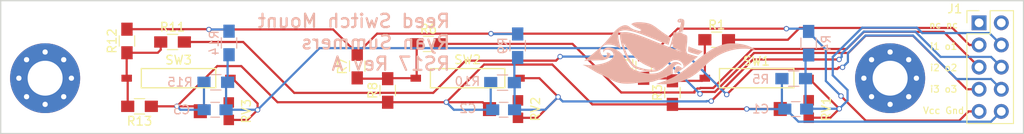
<source format=kicad_pcb>
(kicad_pcb (version 4) (host pcbnew 4.0.6-e0-6349~53~ubuntu16.04.1)

  (general
    (links 45)
    (no_connects 0)
    (area 85.82 91.885 209.503334 108.9996)
    (thickness 1.6)
    (drawings 6)
    (tracks 205)
    (zones 0)
    (modules 28)
    (nets 12)
  )

  (page A4)
  (layers
    (0 F.Cu signal)
    (31 B.Cu signal)
    (32 B.Adhes user)
    (33 F.Adhes user)
    (34 B.Paste user)
    (35 F.Paste user)
    (36 B.SilkS user)
    (37 F.SilkS user)
    (38 B.Mask user)
    (39 F.Mask user)
    (40 Dwgs.User user)
    (41 Cmts.User user)
    (42 Eco1.User user)
    (43 Eco2.User user)
    (44 Edge.Cuts user)
    (45 Margin user)
    (46 B.CrtYd user)
    (47 F.CrtYd user)
    (48 B.Fab user hide)
    (49 F.Fab user hide)
  )

  (setup
    (last_trace_width 0.25)
    (trace_clearance 0.2)
    (zone_clearance 0.508)
    (zone_45_only no)
    (trace_min 0.2)
    (segment_width 0.2)
    (edge_width 0.15)
    (via_size 0.6)
    (via_drill 0.4)
    (via_min_size 0.4)
    (via_min_drill 0.3)
    (uvia_size 0.3)
    (uvia_drill 0.1)
    (uvias_allowed no)
    (uvia_min_size 0.2)
    (uvia_min_drill 0.1)
    (pcb_text_width 0.3)
    (pcb_text_size 1.5 1.5)
    (mod_edge_width 0.15)
    (mod_text_size 1 1)
    (mod_text_width 0.15)
    (pad_size 1.1 0.65)
    (pad_drill 0.6)
    (pad_to_mask_clearance 0.2)
    (aux_axis_origin 0 0)
    (visible_elements FFFFEF7F)
    (pcbplotparams
      (layerselection 0x00030_80000001)
      (usegerberextensions false)
      (excludeedgelayer true)
      (linewidth 0.100000)
      (plotframeref false)
      (viasonmask false)
      (mode 1)
      (useauxorigin false)
      (hpglpennumber 1)
      (hpglpenspeed 20)
      (hpglpendiameter 15)
      (hpglpenoverlay 2)
      (psnegative false)
      (psa4output false)
      (plotreference true)
      (plotvalue true)
      (plotinvisibletext false)
      (padsonsilk false)
      (subtractmaskfromsilk false)
      (outputformat 1)
      (mirror false)
      (drillshape 1)
      (scaleselection 1)
      (outputdirectory ""))
  )

  (net 0 "")
  (net 1 /Vout1)
  (net 2 GND)
  (net 3 /Vout2)
  (net 4 /Vout3)
  (net 5 "Net-(R1-Pad1)")
  (net 6 /Vin1)
  (net 7 /Vcommon)
  (net 8 "Net-(R6-Pad1)")
  (net 9 /Vin2)
  (net 10 "Net-(R11-Pad1)")
  (net 11 /Vin3)

  (net_class Default "This is the default net class."
    (clearance 0.2)
    (trace_width 0.25)
    (via_dia 0.6)
    (via_drill 0.4)
    (uvia_dia 0.3)
    (uvia_drill 0.1)
    (add_net /Vcommon)
    (add_net /Vin1)
    (add_net /Vin2)
    (add_net /Vin3)
    (add_net /Vout1)
    (add_net /Vout2)
    (add_net /Vout3)
    (add_net GND)
    (add_net "Net-(R1-Pad1)")
    (add_net "Net-(R11-Pad1)")
    (add_net "Net-(R6-Pad1)")
  )

  (module Mounting_Holes:MountingHole_4mm_Pad_Via (layer F.Cu) (tedit 58CCCDF6) (tstamp 58CCCF75)
    (at 96.52 101.6)
    (descr "Mounting Hole 4mm")
    (tags "mounting hole 4mm")
    (fp_text reference REF** (at 0 -5) (layer F.SilkS) hide
      (effects (font (size 1 1) (thickness 0.15)))
    )
    (fp_text value MountingHole_4mm_Pad_Via (at 0 5) (layer F.Fab)
      (effects (font (size 1 1) (thickness 0.15)))
    )
    (fp_circle (center 0 0) (end 4 0) (layer Cmts.User) (width 0.15))
    (fp_circle (center 0 0) (end 4.25 0) (layer F.CrtYd) (width 0.05))
    (pad 1 thru_hole circle (at 0 0) (size 8 8) (drill 4) (layers *.Cu *.Mask))
    (pad "" thru_hole circle (at 3 0) (size 0.7 0.7) (drill 0.6) (layers *.Cu *.Mask))
    (pad "" thru_hole circle (at 2.12132 2.12132) (size 0.7 0.7) (drill 0.6) (layers *.Cu *.Mask))
    (pad "" thru_hole circle (at 0 3) (size 0.7 0.7) (drill 0.6) (layers *.Cu *.Mask))
    (pad "" thru_hole circle (at -2.12132 2.12132) (size 0.7 0.7) (drill 0.6) (layers *.Cu *.Mask))
    (pad "" thru_hole circle (at -3 0) (size 0.7 0.7) (drill 0.6) (layers *.Cu *.Mask))
    (pad "" thru_hole circle (at -2.12132 -2.12132) (size 0.7 0.7) (drill 0.6) (layers *.Cu *.Mask))
    (pad "" thru_hole circle (at 0 -3) (size 0.7 0.7) (drill 0.6) (layers *.Cu *.Mask))
    (pad "" thru_hole circle (at 2.12132 -2.12132) (size 0.7 0.7) (drill 0.6) (layers *.Cu *.Mask))
  )

  (module Capacitors_SMD:C_0805_HandSoldering (layer B.Cu) (tedit 58AA84A8) (tstamp 58CCCA27)
    (at 182.2577 105.1433 180)
    (descr "Capacitor SMD 0805, hand soldering")
    (tags "capacitor 0805")
    (path /5883EBCA)
    (attr smd)
    (fp_text reference C1 (at 4.0005 0.0127 180) (layer B.SilkS)
      (effects (font (size 1 1) (thickness 0.15)) (justify mirror))
    )
    (fp_text value C (at 0 -1.75 180) (layer B.Fab)
      (effects (font (size 1 1) (thickness 0.15)) (justify mirror))
    )
    (fp_text user %R (at 0 1.75 180) (layer B.Fab)
      (effects (font (size 1 1) (thickness 0.15)) (justify mirror))
    )
    (fp_line (start -1 -0.62) (end -1 0.62) (layer B.Fab) (width 0.1))
    (fp_line (start 1 -0.62) (end -1 -0.62) (layer B.Fab) (width 0.1))
    (fp_line (start 1 0.62) (end 1 -0.62) (layer B.Fab) (width 0.1))
    (fp_line (start -1 0.62) (end 1 0.62) (layer B.Fab) (width 0.1))
    (fp_line (start 0.5 0.85) (end -0.5 0.85) (layer B.SilkS) (width 0.12))
    (fp_line (start -0.5 -0.85) (end 0.5 -0.85) (layer B.SilkS) (width 0.12))
    (fp_line (start -2.25 0.88) (end 2.25 0.88) (layer B.CrtYd) (width 0.05))
    (fp_line (start -2.25 0.88) (end -2.25 -0.87) (layer B.CrtYd) (width 0.05))
    (fp_line (start 2.25 -0.87) (end 2.25 0.88) (layer B.CrtYd) (width 0.05))
    (fp_line (start 2.25 -0.87) (end -2.25 -0.87) (layer B.CrtYd) (width 0.05))
    (pad 1 smd rect (at -1.25 0 180) (size 1.5 1.25) (layers B.Cu B.Paste B.Mask)
      (net 1 /Vout1))
    (pad 2 smd rect (at 1.25 0 180) (size 1.5 1.25) (layers B.Cu B.Paste B.Mask)
      (net 2 GND))
    (model Capacitors_SMD.3dshapes/C_0805.wrl
      (at (xyz 0 0 0))
      (scale (xyz 1 1 1))
      (rotate (xyz 0 0 0))
    )
  )

  (module Capacitors_SMD:C_0805_HandSoldering (layer B.Cu) (tedit 58AA84A8) (tstamp 58CCCA38)
    (at 148.8948 105.2195 180)
    (descr "Capacitor SMD 0805, hand soldering")
    (tags "capacitor 0805")
    (path /58CCEC5A)
    (attr smd)
    (fp_text reference C2 (at 4.0894 0.1397 180) (layer B.SilkS)
      (effects (font (size 1 1) (thickness 0.15)) (justify mirror))
    )
    (fp_text value C (at 0 -1.75 180) (layer B.Fab)
      (effects (font (size 1 1) (thickness 0.15)) (justify mirror))
    )
    (fp_text user %R (at 0 1.75 180) (layer B.Fab)
      (effects (font (size 1 1) (thickness 0.15)) (justify mirror))
    )
    (fp_line (start -1 -0.62) (end -1 0.62) (layer B.Fab) (width 0.1))
    (fp_line (start 1 -0.62) (end -1 -0.62) (layer B.Fab) (width 0.1))
    (fp_line (start 1 0.62) (end 1 -0.62) (layer B.Fab) (width 0.1))
    (fp_line (start -1 0.62) (end 1 0.62) (layer B.Fab) (width 0.1))
    (fp_line (start 0.5 0.85) (end -0.5 0.85) (layer B.SilkS) (width 0.12))
    (fp_line (start -0.5 -0.85) (end 0.5 -0.85) (layer B.SilkS) (width 0.12))
    (fp_line (start -2.25 0.88) (end 2.25 0.88) (layer B.CrtYd) (width 0.05))
    (fp_line (start -2.25 0.88) (end -2.25 -0.87) (layer B.CrtYd) (width 0.05))
    (fp_line (start 2.25 -0.87) (end 2.25 0.88) (layer B.CrtYd) (width 0.05))
    (fp_line (start 2.25 -0.87) (end -2.25 -0.87) (layer B.CrtYd) (width 0.05))
    (pad 1 smd rect (at -1.25 0 180) (size 1.5 1.25) (layers B.Cu B.Paste B.Mask)
      (net 3 /Vout2))
    (pad 2 smd rect (at 1.25 0 180) (size 1.5 1.25) (layers B.Cu B.Paste B.Mask)
      (net 2 GND))
    (model Capacitors_SMD.3dshapes/C_0805.wrl
      (at (xyz 0 0 0))
      (scale (xyz 1 1 1))
      (rotate (xyz 0 0 0))
    )
  )

  (module Capacitors_SMD:C_0805_HandSoldering (layer B.Cu) (tedit 58AA84A8) (tstamp 58CCCA49)
    (at 115.9383 105.2195 180)
    (descr "Capacitor SMD 0805, hand soldering")
    (tags "capacitor 0805")
    (path /58CCF838)
    (attr smd)
    (fp_text reference C3 (at 3.8227 0 180) (layer B.SilkS)
      (effects (font (size 1 1) (thickness 0.15)) (justify mirror))
    )
    (fp_text value C (at 0 -1.75 180) (layer B.Fab)
      (effects (font (size 1 1) (thickness 0.15)) (justify mirror))
    )
    (fp_text user %R (at 0 1.75 180) (layer B.Fab)
      (effects (font (size 1 1) (thickness 0.15)) (justify mirror))
    )
    (fp_line (start -1 -0.62) (end -1 0.62) (layer B.Fab) (width 0.1))
    (fp_line (start 1 -0.62) (end -1 -0.62) (layer B.Fab) (width 0.1))
    (fp_line (start 1 0.62) (end 1 -0.62) (layer B.Fab) (width 0.1))
    (fp_line (start -1 0.62) (end 1 0.62) (layer B.Fab) (width 0.1))
    (fp_line (start 0.5 0.85) (end -0.5 0.85) (layer B.SilkS) (width 0.12))
    (fp_line (start -0.5 -0.85) (end 0.5 -0.85) (layer B.SilkS) (width 0.12))
    (fp_line (start -2.25 0.88) (end 2.25 0.88) (layer B.CrtYd) (width 0.05))
    (fp_line (start -2.25 0.88) (end -2.25 -0.87) (layer B.CrtYd) (width 0.05))
    (fp_line (start 2.25 -0.87) (end 2.25 0.88) (layer B.CrtYd) (width 0.05))
    (fp_line (start 2.25 -0.87) (end -2.25 -0.87) (layer B.CrtYd) (width 0.05))
    (pad 1 smd rect (at -1.25 0 180) (size 1.5 1.25) (layers B.Cu B.Paste B.Mask)
      (net 4 /Vout3))
    (pad 2 smd rect (at 1.25 0 180) (size 1.5 1.25) (layers B.Cu B.Paste B.Mask)
      (net 2 GND))
    (model Capacitors_SMD.3dshapes/C_0805.wrl
      (at (xyz 0 0 0))
      (scale (xyz 1 1 1))
      (rotate (xyz 0 0 0))
    )
  )

  (module Resistors_SMD:R_0805_HandSoldering (layer F.Cu) (tedit 58AADA1D) (tstamp 58CCCA5A)
    (at 173.228 97.1931)
    (descr "Resistor SMD 0805, hand soldering")
    (tags "resistor 0805")
    (path /5883CA47)
    (attr smd)
    (fp_text reference R1 (at 0 -1.7) (layer F.SilkS)
      (effects (font (size 1 1) (thickness 0.15)))
    )
    (fp_text value R (at 0 1.75) (layer F.Fab)
      (effects (font (size 1 1) (thickness 0.15)))
    )
    (fp_text user %R (at 0 -1.7) (layer F.Fab)
      (effects (font (size 1 1) (thickness 0.15)))
    )
    (fp_line (start -1 0.62) (end -1 -0.62) (layer F.Fab) (width 0.1))
    (fp_line (start 1 0.62) (end -1 0.62) (layer F.Fab) (width 0.1))
    (fp_line (start 1 -0.62) (end 1 0.62) (layer F.Fab) (width 0.1))
    (fp_line (start -1 -0.62) (end 1 -0.62) (layer F.Fab) (width 0.1))
    (fp_line (start 0.6 0.88) (end -0.6 0.88) (layer F.SilkS) (width 0.12))
    (fp_line (start -0.6 -0.88) (end 0.6 -0.88) (layer F.SilkS) (width 0.12))
    (fp_line (start -2.35 -0.9) (end 2.35 -0.9) (layer F.CrtYd) (width 0.05))
    (fp_line (start -2.35 -0.9) (end -2.35 0.9) (layer F.CrtYd) (width 0.05))
    (fp_line (start 2.35 0.9) (end 2.35 -0.9) (layer F.CrtYd) (width 0.05))
    (fp_line (start 2.35 0.9) (end -2.35 0.9) (layer F.CrtYd) (width 0.05))
    (pad 1 smd rect (at -1.35 0) (size 1.5 1.3) (layers F.Cu F.Paste F.Mask)
      (net 5 "Net-(R1-Pad1)"))
    (pad 2 smd rect (at 1.35 0) (size 1.5 1.3) (layers F.Cu F.Paste F.Mask)
      (net 6 /Vin1))
    (model Resistors_SMD.3dshapes/R_0805.wrl
      (at (xyz 0 0 0))
      (scale (xyz 1 1 1))
      (rotate (xyz 0 0 0))
    )
  )

  (module Resistors_SMD:R_0805_HandSoldering (layer F.Cu) (tedit 58AADA1D) (tstamp 58CCCA6B)
    (at 164.8841 100.2665 90)
    (descr "Resistor SMD 0805, hand soldering")
    (tags "resistor 0805")
    (path /58CCDAD2)
    (attr smd)
    (fp_text reference R2 (at 0 -1.7 90) (layer F.SilkS)
      (effects (font (size 1 1) (thickness 0.15)))
    )
    (fp_text value R (at 0 1.75 90) (layer F.Fab)
      (effects (font (size 1 1) (thickness 0.15)))
    )
    (fp_text user %R (at 0 -1.7 90) (layer F.Fab)
      (effects (font (size 1 1) (thickness 0.15)))
    )
    (fp_line (start -1 0.62) (end -1 -0.62) (layer F.Fab) (width 0.1))
    (fp_line (start 1 0.62) (end -1 0.62) (layer F.Fab) (width 0.1))
    (fp_line (start 1 -0.62) (end 1 0.62) (layer F.Fab) (width 0.1))
    (fp_line (start -1 -0.62) (end 1 -0.62) (layer F.Fab) (width 0.1))
    (fp_line (start 0.6 0.88) (end -0.6 0.88) (layer F.SilkS) (width 0.12))
    (fp_line (start -0.6 -0.88) (end 0.6 -0.88) (layer F.SilkS) (width 0.12))
    (fp_line (start -2.35 -0.9) (end 2.35 -0.9) (layer F.CrtYd) (width 0.05))
    (fp_line (start -2.35 -0.9) (end -2.35 0.9) (layer F.CrtYd) (width 0.05))
    (fp_line (start 2.35 0.9) (end 2.35 -0.9) (layer F.CrtYd) (width 0.05))
    (fp_line (start 2.35 0.9) (end -2.35 0.9) (layer F.CrtYd) (width 0.05))
    (pad 1 smd rect (at -1.35 0 90) (size 1.5 1.3) (layers F.Cu F.Paste F.Mask)
      (net 5 "Net-(R1-Pad1)"))
    (pad 2 smd rect (at 1.35 0 90) (size 1.5 1.3) (layers F.Cu F.Paste F.Mask)
      (net 7 /Vcommon))
    (model Resistors_SMD.3dshapes/R_0805.wrl
      (at (xyz 0 0 0))
      (scale (xyz 1 1 1))
      (rotate (xyz 0 0 0))
    )
  )

  (module Resistors_SMD:R_0805_HandSoldering (layer F.Cu) (tedit 58AADA1D) (tstamp 58CCCA7C)
    (at 168.1734 103.251 90)
    (descr "Resistor SMD 0805, hand soldering")
    (tags "resistor 0805")
    (path /58CCDB0F)
    (attr smd)
    (fp_text reference R3 (at 0 -1.7 90) (layer F.SilkS)
      (effects (font (size 1 1) (thickness 0.15)))
    )
    (fp_text value R (at 0 1.75 90) (layer F.Fab)
      (effects (font (size 1 1) (thickness 0.15)))
    )
    (fp_text user %R (at 0 -1.7 90) (layer F.Fab)
      (effects (font (size 1 1) (thickness 0.15)))
    )
    (fp_line (start -1 0.62) (end -1 -0.62) (layer F.Fab) (width 0.1))
    (fp_line (start 1 0.62) (end -1 0.62) (layer F.Fab) (width 0.1))
    (fp_line (start 1 -0.62) (end 1 0.62) (layer F.Fab) (width 0.1))
    (fp_line (start -1 -0.62) (end 1 -0.62) (layer F.Fab) (width 0.1))
    (fp_line (start 0.6 0.88) (end -0.6 0.88) (layer F.SilkS) (width 0.12))
    (fp_line (start -0.6 -0.88) (end 0.6 -0.88) (layer F.SilkS) (width 0.12))
    (fp_line (start -2.35 -0.9) (end 2.35 -0.9) (layer F.CrtYd) (width 0.05))
    (fp_line (start -2.35 -0.9) (end -2.35 0.9) (layer F.CrtYd) (width 0.05))
    (fp_line (start 2.35 0.9) (end 2.35 -0.9) (layer F.CrtYd) (width 0.05))
    (fp_line (start 2.35 0.9) (end -2.35 0.9) (layer F.CrtYd) (width 0.05))
    (pad 1 smd rect (at -1.35 0 90) (size 1.5 1.3) (layers F.Cu F.Paste F.Mask)
      (net 2 GND))
    (pad 2 smd rect (at 1.35 0 90) (size 1.5 1.3) (layers F.Cu F.Paste F.Mask)
      (net 5 "Net-(R1-Pad1)"))
    (model Resistors_SMD.3dshapes/R_0805.wrl
      (at (xyz 0 0 0))
      (scale (xyz 1 1 1))
      (rotate (xyz 0 0 0))
    )
  )

  (module Resistors_SMD:R_0805_HandSoldering (layer B.Cu) (tedit 58AADA1D) (tstamp 58CCCA8D)
    (at 183.7309 97.5868 270)
    (descr "Resistor SMD 0805, hand soldering")
    (tags "resistor 0805")
    (path /58CCDD73)
    (attr smd)
    (fp_text reference R4 (at 0.0127 -2.0066 270) (layer B.SilkS)
      (effects (font (size 1 1) (thickness 0.15)) (justify mirror))
    )
    (fp_text value R (at 0 -1.75 270) (layer B.Fab)
      (effects (font (size 1 1) (thickness 0.15)) (justify mirror))
    )
    (fp_text user %R (at 0 1.7 270) (layer B.Fab)
      (effects (font (size 1 1) (thickness 0.15)) (justify mirror))
    )
    (fp_line (start -1 -0.62) (end -1 0.62) (layer B.Fab) (width 0.1))
    (fp_line (start 1 -0.62) (end -1 -0.62) (layer B.Fab) (width 0.1))
    (fp_line (start 1 0.62) (end 1 -0.62) (layer B.Fab) (width 0.1))
    (fp_line (start -1 0.62) (end 1 0.62) (layer B.Fab) (width 0.1))
    (fp_line (start 0.6 -0.88) (end -0.6 -0.88) (layer B.SilkS) (width 0.12))
    (fp_line (start -0.6 0.88) (end 0.6 0.88) (layer B.SilkS) (width 0.12))
    (fp_line (start -2.35 0.9) (end 2.35 0.9) (layer B.CrtYd) (width 0.05))
    (fp_line (start -2.35 0.9) (end -2.35 -0.9) (layer B.CrtYd) (width 0.05))
    (fp_line (start 2.35 -0.9) (end 2.35 0.9) (layer B.CrtYd) (width 0.05))
    (fp_line (start 2.35 -0.9) (end -2.35 -0.9) (layer B.CrtYd) (width 0.05))
    (pad 1 smd rect (at -1.35 0 270) (size 1.5 1.3) (layers B.Cu B.Paste B.Mask)
      (net 7 /Vcommon))
    (pad 2 smd rect (at 1.35 0 270) (size 1.5 1.3) (layers B.Cu B.Paste B.Mask)
      (net 1 /Vout1))
    (model Resistors_SMD.3dshapes/R_0805.wrl
      (at (xyz 0 0 0))
      (scale (xyz 1 1 1))
      (rotate (xyz 0 0 0))
    )
  )

  (module Resistors_SMD:R_0805_HandSoldering (layer B.Cu) (tedit 58AADA1D) (tstamp 58CCCA9E)
    (at 182.0291 101.6508 180)
    (descr "Resistor SMD 0805, hand soldering")
    (tags "resistor 0805")
    (path /58CD435E)
    (attr smd)
    (fp_text reference R5 (at 3.7719 -0.0762 180) (layer B.SilkS)
      (effects (font (size 1 1) (thickness 0.15)) (justify mirror))
    )
    (fp_text value R (at 0 -1.75 180) (layer B.Fab)
      (effects (font (size 1 1) (thickness 0.15)) (justify mirror))
    )
    (fp_text user %R (at 0 1.7 180) (layer B.Fab)
      (effects (font (size 1 1) (thickness 0.15)) (justify mirror))
    )
    (fp_line (start -1 -0.62) (end -1 0.62) (layer B.Fab) (width 0.1))
    (fp_line (start 1 -0.62) (end -1 -0.62) (layer B.Fab) (width 0.1))
    (fp_line (start 1 0.62) (end 1 -0.62) (layer B.Fab) (width 0.1))
    (fp_line (start -1 0.62) (end 1 0.62) (layer B.Fab) (width 0.1))
    (fp_line (start 0.6 -0.88) (end -0.6 -0.88) (layer B.SilkS) (width 0.12))
    (fp_line (start -0.6 0.88) (end 0.6 0.88) (layer B.SilkS) (width 0.12))
    (fp_line (start -2.35 0.9) (end 2.35 0.9) (layer B.CrtYd) (width 0.05))
    (fp_line (start -2.35 0.9) (end -2.35 -0.9) (layer B.CrtYd) (width 0.05))
    (fp_line (start 2.35 -0.9) (end 2.35 0.9) (layer B.CrtYd) (width 0.05))
    (fp_line (start 2.35 -0.9) (end -2.35 -0.9) (layer B.CrtYd) (width 0.05))
    (pad 1 smd rect (at -1.35 0 180) (size 1.5 1.3) (layers B.Cu B.Paste B.Mask)
      (net 1 /Vout1))
    (pad 2 smd rect (at 1.35 0 180) (size 1.5 1.3) (layers B.Cu B.Paste B.Mask)
      (net 2 GND))
    (model Resistors_SMD.3dshapes/R_0805.wrl
      (at (xyz 0 0 0))
      (scale (xyz 1 1 1))
      (rotate (xyz 0 0 0))
    )
  )

  (module Resistors_SMD:R_0805_HandSoldering (layer F.Cu) (tedit 58AADA1D) (tstamp 58CCCAAF)
    (at 140.3096 97.663)
    (descr "Resistor SMD 0805, hand soldering")
    (tags "resistor 0805")
    (path /58CCEC54)
    (attr smd)
    (fp_text reference R6 (at 0 -1.7) (layer F.SilkS)
      (effects (font (size 1 1) (thickness 0.15)))
    )
    (fp_text value R (at 0 1.75) (layer F.Fab)
      (effects (font (size 1 1) (thickness 0.15)))
    )
    (fp_text user %R (at 0 -1.7) (layer F.Fab)
      (effects (font (size 1 1) (thickness 0.15)))
    )
    (fp_line (start -1 0.62) (end -1 -0.62) (layer F.Fab) (width 0.1))
    (fp_line (start 1 0.62) (end -1 0.62) (layer F.Fab) (width 0.1))
    (fp_line (start 1 -0.62) (end 1 0.62) (layer F.Fab) (width 0.1))
    (fp_line (start -1 -0.62) (end 1 -0.62) (layer F.Fab) (width 0.1))
    (fp_line (start 0.6 0.88) (end -0.6 0.88) (layer F.SilkS) (width 0.12))
    (fp_line (start -0.6 -0.88) (end 0.6 -0.88) (layer F.SilkS) (width 0.12))
    (fp_line (start -2.35 -0.9) (end 2.35 -0.9) (layer F.CrtYd) (width 0.05))
    (fp_line (start -2.35 -0.9) (end -2.35 0.9) (layer F.CrtYd) (width 0.05))
    (fp_line (start 2.35 0.9) (end 2.35 -0.9) (layer F.CrtYd) (width 0.05))
    (fp_line (start 2.35 0.9) (end -2.35 0.9) (layer F.CrtYd) (width 0.05))
    (pad 1 smd rect (at -1.35 0) (size 1.5 1.3) (layers F.Cu F.Paste F.Mask)
      (net 8 "Net-(R6-Pad1)"))
    (pad 2 smd rect (at 1.35 0) (size 1.5 1.3) (layers F.Cu F.Paste F.Mask)
      (net 9 /Vin2))
    (model Resistors_SMD.3dshapes/R_0805.wrl
      (at (xyz 0 0 0))
      (scale (xyz 1 1 1))
      (rotate (xyz 0 0 0))
    )
  )

  (module Resistors_SMD:R_0805_HandSoldering (layer F.Cu) (tedit 58AADA1D) (tstamp 58CCCAC0)
    (at 132.1689 100.2157 90)
    (descr "Resistor SMD 0805, hand soldering")
    (tags "resistor 0805")
    (path /58CCEC6C)
    (attr smd)
    (fp_text reference R7 (at 0 -1.7 90) (layer F.SilkS)
      (effects (font (size 1 1) (thickness 0.15)))
    )
    (fp_text value R (at 0 1.75 90) (layer F.Fab)
      (effects (font (size 1 1) (thickness 0.15)))
    )
    (fp_text user %R (at 0 -1.7 90) (layer F.Fab)
      (effects (font (size 1 1) (thickness 0.15)))
    )
    (fp_line (start -1 0.62) (end -1 -0.62) (layer F.Fab) (width 0.1))
    (fp_line (start 1 0.62) (end -1 0.62) (layer F.Fab) (width 0.1))
    (fp_line (start 1 -0.62) (end 1 0.62) (layer F.Fab) (width 0.1))
    (fp_line (start -1 -0.62) (end 1 -0.62) (layer F.Fab) (width 0.1))
    (fp_line (start 0.6 0.88) (end -0.6 0.88) (layer F.SilkS) (width 0.12))
    (fp_line (start -0.6 -0.88) (end 0.6 -0.88) (layer F.SilkS) (width 0.12))
    (fp_line (start -2.35 -0.9) (end 2.35 -0.9) (layer F.CrtYd) (width 0.05))
    (fp_line (start -2.35 -0.9) (end -2.35 0.9) (layer F.CrtYd) (width 0.05))
    (fp_line (start 2.35 0.9) (end 2.35 -0.9) (layer F.CrtYd) (width 0.05))
    (fp_line (start 2.35 0.9) (end -2.35 0.9) (layer F.CrtYd) (width 0.05))
    (pad 1 smd rect (at -1.35 0 90) (size 1.5 1.3) (layers F.Cu F.Paste F.Mask)
      (net 8 "Net-(R6-Pad1)"))
    (pad 2 smd rect (at 1.35 0 90) (size 1.5 1.3) (layers F.Cu F.Paste F.Mask)
      (net 7 /Vcommon))
    (model Resistors_SMD.3dshapes/R_0805.wrl
      (at (xyz 0 0 0))
      (scale (xyz 1 1 1))
      (rotate (xyz 0 0 0))
    )
  )

  (module Resistors_SMD:R_0805_HandSoldering (layer F.Cu) (tedit 58AADA1D) (tstamp 58CCCAD1)
    (at 135.6487 103.0059 90)
    (descr "Resistor SMD 0805, hand soldering")
    (tags "resistor 0805")
    (path /58CCEC72)
    (attr smd)
    (fp_text reference R8 (at 0 -1.7 90) (layer F.SilkS)
      (effects (font (size 1 1) (thickness 0.15)))
    )
    (fp_text value R (at 0 1.75 90) (layer F.Fab)
      (effects (font (size 1 1) (thickness 0.15)))
    )
    (fp_text user %R (at 0 -1.7 90) (layer F.Fab)
      (effects (font (size 1 1) (thickness 0.15)))
    )
    (fp_line (start -1 0.62) (end -1 -0.62) (layer F.Fab) (width 0.1))
    (fp_line (start 1 0.62) (end -1 0.62) (layer F.Fab) (width 0.1))
    (fp_line (start 1 -0.62) (end 1 0.62) (layer F.Fab) (width 0.1))
    (fp_line (start -1 -0.62) (end 1 -0.62) (layer F.Fab) (width 0.1))
    (fp_line (start 0.6 0.88) (end -0.6 0.88) (layer F.SilkS) (width 0.12))
    (fp_line (start -0.6 -0.88) (end 0.6 -0.88) (layer F.SilkS) (width 0.12))
    (fp_line (start -2.35 -0.9) (end 2.35 -0.9) (layer F.CrtYd) (width 0.05))
    (fp_line (start -2.35 -0.9) (end -2.35 0.9) (layer F.CrtYd) (width 0.05))
    (fp_line (start 2.35 0.9) (end 2.35 -0.9) (layer F.CrtYd) (width 0.05))
    (fp_line (start 2.35 0.9) (end -2.35 0.9) (layer F.CrtYd) (width 0.05))
    (pad 1 smd rect (at -1.35 0 90) (size 1.5 1.3) (layers F.Cu F.Paste F.Mask)
      (net 2 GND))
    (pad 2 smd rect (at 1.35 0 90) (size 1.5 1.3) (layers F.Cu F.Paste F.Mask)
      (net 8 "Net-(R6-Pad1)"))
    (model Resistors_SMD.3dshapes/R_0805.wrl
      (at (xyz 0 0 0))
      (scale (xyz 1 1 1))
      (rotate (xyz 0 0 0))
    )
  )

  (module Resistors_SMD:R_0805_HandSoldering (layer B.Cu) (tedit 58AADA1D) (tstamp 58CCCAE2)
    (at 150.495 97.8789 270)
    (descr "Resistor SMD 0805, hand soldering")
    (tags "resistor 0805")
    (path /58CCEC7E)
    (attr smd)
    (fp_text reference R9 (at 0 1.7 270) (layer B.SilkS)
      (effects (font (size 1 1) (thickness 0.15)) (justify mirror))
    )
    (fp_text value R (at 0 -1.75 270) (layer B.Fab)
      (effects (font (size 1 1) (thickness 0.15)) (justify mirror))
    )
    (fp_text user %R (at 0 1.7 270) (layer B.Fab)
      (effects (font (size 1 1) (thickness 0.15)) (justify mirror))
    )
    (fp_line (start -1 -0.62) (end -1 0.62) (layer B.Fab) (width 0.1))
    (fp_line (start 1 -0.62) (end -1 -0.62) (layer B.Fab) (width 0.1))
    (fp_line (start 1 0.62) (end 1 -0.62) (layer B.Fab) (width 0.1))
    (fp_line (start -1 0.62) (end 1 0.62) (layer B.Fab) (width 0.1))
    (fp_line (start 0.6 -0.88) (end -0.6 -0.88) (layer B.SilkS) (width 0.12))
    (fp_line (start -0.6 0.88) (end 0.6 0.88) (layer B.SilkS) (width 0.12))
    (fp_line (start -2.35 0.9) (end 2.35 0.9) (layer B.CrtYd) (width 0.05))
    (fp_line (start -2.35 0.9) (end -2.35 -0.9) (layer B.CrtYd) (width 0.05))
    (fp_line (start 2.35 -0.9) (end 2.35 0.9) (layer B.CrtYd) (width 0.05))
    (fp_line (start 2.35 -0.9) (end -2.35 -0.9) (layer B.CrtYd) (width 0.05))
    (pad 1 smd rect (at -1.35 0 270) (size 1.5 1.3) (layers B.Cu B.Paste B.Mask)
      (net 7 /Vcommon))
    (pad 2 smd rect (at 1.35 0 270) (size 1.5 1.3) (layers B.Cu B.Paste B.Mask)
      (net 3 /Vout2))
    (model Resistors_SMD.3dshapes/R_0805.wrl
      (at (xyz 0 0 0))
      (scale (xyz 1 1 1))
      (rotate (xyz 0 0 0))
    )
  )

  (module Resistors_SMD:R_0805_HandSoldering (layer B.Cu) (tedit 58AADA1D) (tstamp 58CCCAF3)
    (at 148.7678 102.108 180)
    (descr "Resistor SMD 0805, hand soldering")
    (tags "resistor 0805")
    (path /58CCEC66)
    (attr smd)
    (fp_text reference R10 (at 4.0132 0.1397 180) (layer B.SilkS)
      (effects (font (size 1 1) (thickness 0.15)) (justify mirror))
    )
    (fp_text value R (at 0 -1.75 180) (layer B.Fab)
      (effects (font (size 1 1) (thickness 0.15)) (justify mirror))
    )
    (fp_text user %R (at 0 1.7 180) (layer B.Fab)
      (effects (font (size 1 1) (thickness 0.15)) (justify mirror))
    )
    (fp_line (start -1 -0.62) (end -1 0.62) (layer B.Fab) (width 0.1))
    (fp_line (start 1 -0.62) (end -1 -0.62) (layer B.Fab) (width 0.1))
    (fp_line (start 1 0.62) (end 1 -0.62) (layer B.Fab) (width 0.1))
    (fp_line (start -1 0.62) (end 1 0.62) (layer B.Fab) (width 0.1))
    (fp_line (start 0.6 -0.88) (end -0.6 -0.88) (layer B.SilkS) (width 0.12))
    (fp_line (start -0.6 0.88) (end 0.6 0.88) (layer B.SilkS) (width 0.12))
    (fp_line (start -2.35 0.9) (end 2.35 0.9) (layer B.CrtYd) (width 0.05))
    (fp_line (start -2.35 0.9) (end -2.35 -0.9) (layer B.CrtYd) (width 0.05))
    (fp_line (start 2.35 -0.9) (end 2.35 0.9) (layer B.CrtYd) (width 0.05))
    (fp_line (start 2.35 -0.9) (end -2.35 -0.9) (layer B.CrtYd) (width 0.05))
    (pad 1 smd rect (at -1.35 0 180) (size 1.5 1.3) (layers B.Cu B.Paste B.Mask)
      (net 3 /Vout2))
    (pad 2 smd rect (at 1.35 0 180) (size 1.5 1.3) (layers B.Cu B.Paste B.Mask)
      (net 2 GND))
    (model Resistors_SMD.3dshapes/R_0805.wrl
      (at (xyz 0 0 0))
      (scale (xyz 1 1 1))
      (rotate (xyz 0 0 0))
    )
  )

  (module Resistors_SMD:R_0805_HandSoldering (layer F.Cu) (tedit 58AADA1D) (tstamp 58CCCB04)
    (at 111.0742 97.4471)
    (descr "Resistor SMD 0805, hand soldering")
    (tags "resistor 0805")
    (path /58CCF832)
    (attr smd)
    (fp_text reference R11 (at 0 -1.7) (layer F.SilkS)
      (effects (font (size 1 1) (thickness 0.15)))
    )
    (fp_text value R (at 0 1.75) (layer F.Fab)
      (effects (font (size 1 1) (thickness 0.15)))
    )
    (fp_text user %R (at 0 -1.7) (layer F.Fab)
      (effects (font (size 1 1) (thickness 0.15)))
    )
    (fp_line (start -1 0.62) (end -1 -0.62) (layer F.Fab) (width 0.1))
    (fp_line (start 1 0.62) (end -1 0.62) (layer F.Fab) (width 0.1))
    (fp_line (start 1 -0.62) (end 1 0.62) (layer F.Fab) (width 0.1))
    (fp_line (start -1 -0.62) (end 1 -0.62) (layer F.Fab) (width 0.1))
    (fp_line (start 0.6 0.88) (end -0.6 0.88) (layer F.SilkS) (width 0.12))
    (fp_line (start -0.6 -0.88) (end 0.6 -0.88) (layer F.SilkS) (width 0.12))
    (fp_line (start -2.35 -0.9) (end 2.35 -0.9) (layer F.CrtYd) (width 0.05))
    (fp_line (start -2.35 -0.9) (end -2.35 0.9) (layer F.CrtYd) (width 0.05))
    (fp_line (start 2.35 0.9) (end 2.35 -0.9) (layer F.CrtYd) (width 0.05))
    (fp_line (start 2.35 0.9) (end -2.35 0.9) (layer F.CrtYd) (width 0.05))
    (pad 1 smd rect (at -1.35 0) (size 1.5 1.3) (layers F.Cu F.Paste F.Mask)
      (net 10 "Net-(R11-Pad1)"))
    (pad 2 smd rect (at 1.35 0) (size 1.5 1.3) (layers F.Cu F.Paste F.Mask)
      (net 11 /Vin3))
    (model Resistors_SMD.3dshapes/R_0805.wrl
      (at (xyz 0 0 0))
      (scale (xyz 1 1 1))
      (rotate (xyz 0 0 0))
    )
  )

  (module Resistors_SMD:R_0805_HandSoldering (layer F.Cu) (tedit 58AADA1D) (tstamp 58CCCB15)
    (at 105.8672 97.3328 90)
    (descr "Resistor SMD 0805, hand soldering")
    (tags "resistor 0805")
    (path /58CCF84A)
    (attr smd)
    (fp_text reference R12 (at 0 -1.7 90) (layer F.SilkS)
      (effects (font (size 1 1) (thickness 0.15)))
    )
    (fp_text value R (at 0 1.75 90) (layer F.Fab)
      (effects (font (size 1 1) (thickness 0.15)))
    )
    (fp_text user %R (at 0 -1.7 90) (layer F.Fab)
      (effects (font (size 1 1) (thickness 0.15)))
    )
    (fp_line (start -1 0.62) (end -1 -0.62) (layer F.Fab) (width 0.1))
    (fp_line (start 1 0.62) (end -1 0.62) (layer F.Fab) (width 0.1))
    (fp_line (start 1 -0.62) (end 1 0.62) (layer F.Fab) (width 0.1))
    (fp_line (start -1 -0.62) (end 1 -0.62) (layer F.Fab) (width 0.1))
    (fp_line (start 0.6 0.88) (end -0.6 0.88) (layer F.SilkS) (width 0.12))
    (fp_line (start -0.6 -0.88) (end 0.6 -0.88) (layer F.SilkS) (width 0.12))
    (fp_line (start -2.35 -0.9) (end 2.35 -0.9) (layer F.CrtYd) (width 0.05))
    (fp_line (start -2.35 -0.9) (end -2.35 0.9) (layer F.CrtYd) (width 0.05))
    (fp_line (start 2.35 0.9) (end 2.35 -0.9) (layer F.CrtYd) (width 0.05))
    (fp_line (start 2.35 0.9) (end -2.35 0.9) (layer F.CrtYd) (width 0.05))
    (pad 1 smd rect (at -1.35 0 90) (size 1.5 1.3) (layers F.Cu F.Paste F.Mask)
      (net 10 "Net-(R11-Pad1)"))
    (pad 2 smd rect (at 1.35 0 90) (size 1.5 1.3) (layers F.Cu F.Paste F.Mask)
      (net 7 /Vcommon))
    (model Resistors_SMD.3dshapes/R_0805.wrl
      (at (xyz 0 0 0))
      (scale (xyz 1 1 1))
      (rotate (xyz 0 0 0))
    )
  )

  (module Resistors_SMD:R_0805_HandSoldering (layer F.Cu) (tedit 58AADA1D) (tstamp 58CCCB26)
    (at 107.3023 104.8258 180)
    (descr "Resistor SMD 0805, hand soldering")
    (tags "resistor 0805")
    (path /58CCF850)
    (attr smd)
    (fp_text reference R13 (at 0 -1.7 180) (layer F.SilkS)
      (effects (font (size 1 1) (thickness 0.15)))
    )
    (fp_text value R (at 0 1.75 180) (layer F.Fab)
      (effects (font (size 1 1) (thickness 0.15)))
    )
    (fp_text user %R (at 0 -1.7 180) (layer F.Fab)
      (effects (font (size 1 1) (thickness 0.15)))
    )
    (fp_line (start -1 0.62) (end -1 -0.62) (layer F.Fab) (width 0.1))
    (fp_line (start 1 0.62) (end -1 0.62) (layer F.Fab) (width 0.1))
    (fp_line (start 1 -0.62) (end 1 0.62) (layer F.Fab) (width 0.1))
    (fp_line (start -1 -0.62) (end 1 -0.62) (layer F.Fab) (width 0.1))
    (fp_line (start 0.6 0.88) (end -0.6 0.88) (layer F.SilkS) (width 0.12))
    (fp_line (start -0.6 -0.88) (end 0.6 -0.88) (layer F.SilkS) (width 0.12))
    (fp_line (start -2.35 -0.9) (end 2.35 -0.9) (layer F.CrtYd) (width 0.05))
    (fp_line (start -2.35 -0.9) (end -2.35 0.9) (layer F.CrtYd) (width 0.05))
    (fp_line (start 2.35 0.9) (end 2.35 -0.9) (layer F.CrtYd) (width 0.05))
    (fp_line (start 2.35 0.9) (end -2.35 0.9) (layer F.CrtYd) (width 0.05))
    (pad 1 smd rect (at -1.35 0 180) (size 1.5 1.3) (layers F.Cu F.Paste F.Mask)
      (net 2 GND))
    (pad 2 smd rect (at 1.35 0 180) (size 1.5 1.3) (layers F.Cu F.Paste F.Mask)
      (net 10 "Net-(R11-Pad1)"))
    (model Resistors_SMD.3dshapes/R_0805.wrl
      (at (xyz 0 0 0))
      (scale (xyz 1 1 1))
      (rotate (xyz 0 0 0))
    )
  )

  (module Resistors_SMD:R_0805_HandSoldering (layer B.Cu) (tedit 58AADA1D) (tstamp 58CCCB37)
    (at 117.5258 97.5614 270)
    (descr "Resistor SMD 0805, hand soldering")
    (tags "resistor 0805")
    (path /58CCF85C)
    (attr smd)
    (fp_text reference R14 (at 0 1.7 270) (layer B.SilkS)
      (effects (font (size 1 1) (thickness 0.15)) (justify mirror))
    )
    (fp_text value R (at 0 -1.75 270) (layer B.Fab)
      (effects (font (size 1 1) (thickness 0.15)) (justify mirror))
    )
    (fp_text user %R (at 0 1.7 270) (layer B.Fab)
      (effects (font (size 1 1) (thickness 0.15)) (justify mirror))
    )
    (fp_line (start -1 -0.62) (end -1 0.62) (layer B.Fab) (width 0.1))
    (fp_line (start 1 -0.62) (end -1 -0.62) (layer B.Fab) (width 0.1))
    (fp_line (start 1 0.62) (end 1 -0.62) (layer B.Fab) (width 0.1))
    (fp_line (start -1 0.62) (end 1 0.62) (layer B.Fab) (width 0.1))
    (fp_line (start 0.6 -0.88) (end -0.6 -0.88) (layer B.SilkS) (width 0.12))
    (fp_line (start -0.6 0.88) (end 0.6 0.88) (layer B.SilkS) (width 0.12))
    (fp_line (start -2.35 0.9) (end 2.35 0.9) (layer B.CrtYd) (width 0.05))
    (fp_line (start -2.35 0.9) (end -2.35 -0.9) (layer B.CrtYd) (width 0.05))
    (fp_line (start 2.35 -0.9) (end 2.35 0.9) (layer B.CrtYd) (width 0.05))
    (fp_line (start 2.35 -0.9) (end -2.35 -0.9) (layer B.CrtYd) (width 0.05))
    (pad 1 smd rect (at -1.35 0 270) (size 1.5 1.3) (layers B.Cu B.Paste B.Mask)
      (net 7 /Vcommon))
    (pad 2 smd rect (at 1.35 0 270) (size 1.5 1.3) (layers B.Cu B.Paste B.Mask)
      (net 4 /Vout3))
    (model Resistors_SMD.3dshapes/R_0805.wrl
      (at (xyz 0 0 0))
      (scale (xyz 1 1 1))
      (rotate (xyz 0 0 0))
    )
  )

  (module Resistors_SMD:R_0805_HandSoldering (layer B.Cu) (tedit 58AADA1D) (tstamp 58CCCB48)
    (at 116.0145 102.0699 180)
    (descr "Resistor SMD 0805, hand soldering")
    (tags "resistor 0805")
    (path /58CCF844)
    (attr smd)
    (fp_text reference R15 (at 4.0894 0.0127 180) (layer B.SilkS)
      (effects (font (size 1 1) (thickness 0.15)) (justify mirror))
    )
    (fp_text value R (at 0 -1.75 180) (layer B.Fab)
      (effects (font (size 1 1) (thickness 0.15)) (justify mirror))
    )
    (fp_text user %R (at 0 1.7 180) (layer B.Fab)
      (effects (font (size 1 1) (thickness 0.15)) (justify mirror))
    )
    (fp_line (start -1 -0.62) (end -1 0.62) (layer B.Fab) (width 0.1))
    (fp_line (start 1 -0.62) (end -1 -0.62) (layer B.Fab) (width 0.1))
    (fp_line (start 1 0.62) (end 1 -0.62) (layer B.Fab) (width 0.1))
    (fp_line (start -1 0.62) (end 1 0.62) (layer B.Fab) (width 0.1))
    (fp_line (start 0.6 -0.88) (end -0.6 -0.88) (layer B.SilkS) (width 0.12))
    (fp_line (start -0.6 0.88) (end 0.6 0.88) (layer B.SilkS) (width 0.12))
    (fp_line (start -2.35 0.9) (end 2.35 0.9) (layer B.CrtYd) (width 0.05))
    (fp_line (start -2.35 0.9) (end -2.35 -0.9) (layer B.CrtYd) (width 0.05))
    (fp_line (start 2.35 -0.9) (end 2.35 0.9) (layer B.CrtYd) (width 0.05))
    (fp_line (start 2.35 -0.9) (end -2.35 -0.9) (layer B.CrtYd) (width 0.05))
    (pad 1 smd rect (at -1.35 0 180) (size 1.5 1.3) (layers B.Cu B.Paste B.Mask)
      (net 4 /Vout3))
    (pad 2 smd rect (at 1.35 0 180) (size 1.5 1.3) (layers B.Cu B.Paste B.Mask)
      (net 2 GND))
    (model Resistors_SMD.3dshapes/R_0805.wrl
      (at (xyz 0 0 0))
      (scale (xyz 1 1 1))
      (rotate (xyz 0 0 0))
    )
  )

  (module robosub_footprints:MK17-reed-switch (layer F.Cu) (tedit 58CCC424) (tstamp 58CCCB67)
    (at 177.8 101.6)
    (path /58CE22ED)
    (fp_text reference SW1 (at -0.0254 -1.9558) (layer F.SilkS)
      (effects (font (size 1 1) (thickness 0.15)))
    )
    (fp_text value SW_DIP_x01 (at 0.2 -2.05) (layer F.Fab)
      (effects (font (size 1 1) (thickness 0.15)))
    )
    (fp_line (start 4.25 1.1) (end -4.25 1.1) (layer F.SilkS) (width 0.15))
    (fp_line (start 4.25 -1.1) (end -4.25 -1.1) (layer F.SilkS) (width 0.15))
    (fp_line (start 4.25 -1.1) (end 4.25 1.1) (layer F.SilkS) (width 0.15))
    (fp_line (start -4.25 -1.1) (end -4.25 1.1) (layer F.SilkS) (width 0.15))
    (pad 1 smd rect (at -5.925 0) (size 1.2 0.8) (layers F.Cu F.Paste F.Mask)
      (net 5 "Net-(R1-Pad1)"))
    (pad 2 smd rect (at 5.925 0) (size 1.2 0.8) (layers F.Cu F.Paste F.Mask)
      (net 1 /Vout1))
    (model robosub.3dshapes/mk17.wrl
      (at (xyz 0 0 0.046))
      (scale (xyz 400 400 400))
      (rotate (xyz -90 0 0))
    )
  )

  (module robosub_footprints:MK17-reed-switch (layer F.Cu) (tedit 58CCC424) (tstamp 58CCCB71)
    (at 144.78 101.6)
    (path /58CE224B)
    (fp_text reference SW2 (at 0 -2.1209) (layer F.SilkS)
      (effects (font (size 1 1) (thickness 0.15)))
    )
    (fp_text value SW_DIP_x01 (at 0.2 -2.05) (layer F.Fab)
      (effects (font (size 1 1) (thickness 0.15)))
    )
    (fp_line (start 4.25 1.1) (end -4.25 1.1) (layer F.SilkS) (width 0.15))
    (fp_line (start 4.25 -1.1) (end -4.25 -1.1) (layer F.SilkS) (width 0.15))
    (fp_line (start 4.25 -1.1) (end 4.25 1.1) (layer F.SilkS) (width 0.15))
    (fp_line (start -4.25 -1.1) (end -4.25 1.1) (layer F.SilkS) (width 0.15))
    (pad 1 smd rect (at -5.925 0) (size 1.2 0.8) (layers F.Cu F.Paste F.Mask)
      (net 8 "Net-(R6-Pad1)"))
    (pad 2 smd rect (at 5.925 0) (size 1.2 0.8) (layers F.Cu F.Paste F.Mask)
      (net 3 /Vout2))
    (model robosub.3dshapes/mk17.wrl
      (at (xyz 0 0 0.046))
      (scale (xyz 400 400 400))
      (rotate (xyz -90 0 0))
    )
  )

  (module robosub_footprints:MK17-reed-switch (layer F.Cu) (tedit 58CCC424) (tstamp 58CCCB7B)
    (at 111.76 101.6)
    (path /58CCF83E)
    (fp_text reference SW3 (at 0.0127 -2.0828) (layer F.SilkS)
      (effects (font (size 1 1) (thickness 0.15)))
    )
    (fp_text value SW_DIP_x01 (at 0.2 -2.05) (layer F.Fab)
      (effects (font (size 1 1) (thickness 0.15)))
    )
    (fp_line (start 4.25 1.1) (end -4.25 1.1) (layer F.SilkS) (width 0.15))
    (fp_line (start 4.25 -1.1) (end -4.25 -1.1) (layer F.SilkS) (width 0.15))
    (fp_line (start 4.25 -1.1) (end 4.25 1.1) (layer F.SilkS) (width 0.15))
    (fp_line (start -4.25 -1.1) (end -4.25 1.1) (layer F.SilkS) (width 0.15))
    (pad 1 smd rect (at -5.925 0) (size 1.2 0.8) (layers F.Cu F.Paste F.Mask)
      (net 10 "Net-(R11-Pad1)"))
    (pad 2 smd rect (at 5.925 0) (size 1.2 0.8) (layers F.Cu F.Paste F.Mask)
      (net 4 /Vout3))
    (model robosub.3dshapes/mk17.wrl
      (at (xyz 0 0 0.046))
      (scale (xyz 400 400 400))
      (rotate (xyz -90 0 0))
    )
  )

  (module Mounting_Holes:MountingHole_4mm_Pad_Via (layer F.Cu) (tedit 58CCCDF3) (tstamp 58CCCF71)
    (at 193.04 101.6)
    (descr "Mounting Hole 4mm")
    (tags "mounting hole 4mm")
    (fp_text reference REF** (at 0 -5) (layer F.SilkS) hide
      (effects (font (size 1 1) (thickness 0.15)))
    )
    (fp_text value MountingHole_4mm_Pad_Via (at 0 5) (layer F.Fab)
      (effects (font (size 1 1) (thickness 0.15)))
    )
    (fp_circle (center 0 0) (end 4 0) (layer Cmts.User) (width 0.15))
    (fp_circle (center 0 0) (end 4.25 0) (layer F.CrtYd) (width 0.05))
    (pad 1 thru_hole circle (at 0 0) (size 8 8) (drill 4) (layers *.Cu *.Mask))
    (pad "" thru_hole circle (at 3 0) (size 0.7 0.7) (drill 0.6) (layers *.Cu *.Mask))
    (pad "" thru_hole circle (at 2.12132 2.12132) (size 0.7 0.7) (drill 0.6) (layers *.Cu *.Mask))
    (pad "" thru_hole circle (at 0 3) (size 0.7 0.7) (drill 0.6) (layers *.Cu *.Mask))
    (pad "" thru_hole circle (at -2.12132 2.12132) (size 0.7 0.7) (drill 0.6) (layers *.Cu *.Mask))
    (pad "" thru_hole circle (at -3 0) (size 0.7 0.7) (drill 0.6) (layers *.Cu *.Mask))
    (pad "" thru_hole circle (at -2.12132 -2.12132) (size 0.7 0.7) (drill 0.6) (layers *.Cu *.Mask))
    (pad "" thru_hole circle (at 0 -3) (size 0.7 0.7) (drill 0.6) (layers *.Cu *.Mask))
    (pad "" thru_hole circle (at 2.12132 -2.12132) (size 0.7 0.7) (drill 0.6) (layers *.Cu *.Mask))
  )

  (module robosub_footprints:TC33X-2 (layer F.Cu) (tedit 58CCCA8D) (tstamp 58CCCB5D)
    (at 115.697 105.3846 90)
    (path /58CE53B3)
    (fp_text reference RV3 (at 0 3.81 90) (layer F.SilkS)
      (effects (font (size 1 1) (thickness 0.15)))
    )
    (fp_text value POT (at -2.54 0 180) (layer F.Fab)
      (effects (font (size 1 1) (thickness 0.15)))
    )
    (pad 2 smd rect (at 0 -1.45 90) (size 1.6 1.5) (layers F.Cu F.Paste F.Mask)
      (net 2 GND))
    (pad 1 smd rect (at -1 1.8 90) (size 1.2 1.2) (layers F.Cu F.Paste F.Mask)
      (net 4 /Vout3))
    (pad 3 smd rect (at 1 1.8 90) (size 1.2 1.2) (layers F.Cu F.Paste F.Mask))
    (model robosub.3dshapes/tc-332x-2.wrl
      (at (xyz 0 0 0))
      (scale (xyz 400 400 400))
      (rotate (xyz -90 0 0))
    )
  )

  (module robosub_footprints:TC33X-2 (layer F.Cu) (tedit 58CCCA8D) (tstamp 58CCCB56)
    (at 148.7297 105.1433 90)
    (path /58CE5323)
    (fp_text reference RV2 (at 0 3.81 90) (layer F.SilkS)
      (effects (font (size 1 1) (thickness 0.15)))
    )
    (fp_text value POT (at -2.54 0 180) (layer F.Fab)
      (effects (font (size 1 1) (thickness 0.15)))
    )
    (pad 2 smd rect (at 0 -1.45 90) (size 1.6 1.5) (layers F.Cu F.Paste F.Mask)
      (net 2 GND))
    (pad 1 smd rect (at -1 1.8 90) (size 1.2 1.2) (layers F.Cu F.Paste F.Mask)
      (net 3 /Vout2))
    (pad 3 smd rect (at 1 1.8 90) (size 1.2 1.2) (layers F.Cu F.Paste F.Mask))
    (model robosub.3dshapes/tc-332x-2.wrl
      (at (xyz 0 0 0))
      (scale (xyz 400 400 400))
      (rotate (xyz -90 0 0))
    )
  )

  (module robosub_footprints:TC33X-2 (layer F.Cu) (tedit 58CCCA8D) (tstamp 58CCCB4F)
    (at 181.9402 105.1306 90)
    (path /58CCE25D)
    (fp_text reference RV1 (at 0 3.81 90) (layer F.SilkS)
      (effects (font (size 1 1) (thickness 0.15)))
    )
    (fp_text value POT (at -2.54 0 180) (layer F.Fab)
      (effects (font (size 1 1) (thickness 0.15)))
    )
    (pad 2 smd rect (at 0 -1.45 90) (size 1.6 1.5) (layers F.Cu F.Paste F.Mask)
      (net 2 GND))
    (pad 1 smd rect (at -1 1.8 90) (size 1.2 1.2) (layers F.Cu F.Paste F.Mask)
      (net 1 /Vout1))
    (pad 3 smd rect (at 1 1.8 90) (size 1.2 1.2) (layers F.Cu F.Paste F.Mask))
    (model robosub.3dshapes/tc-332x-2.wrl
      (at (xyz 0 0 0))
      (scale (xyz 400 400 400))
      (rotate (xyz -90 0 0))
    )
  )

  (module Pin_Headers:Pin_Header_Straight_2x05_Pitch2.54mm (layer F.Cu) (tedit 5862ED53) (tstamp 58CCD33C)
    (at 203.2 95.25)
    (descr "Through hole straight pin header, 2x05, 2.54mm pitch, double rows")
    (tags "Through hole pin header THT 2x05 2.54mm double row")
    (path /58CE659A)
    (fp_text reference J1 (at -2.7686 -1.6002) (layer F.SilkS)
      (effects (font (size 1 1) (thickness 0.15)))
    )
    (fp_text value CONN_02X05 (at 1.27 12.55) (layer F.Fab)
      (effects (font (size 1 1) (thickness 0.15)))
    )
    (fp_line (start -1.27 -1.27) (end -1.27 11.43) (layer F.Fab) (width 0.1))
    (fp_line (start -1.27 11.43) (end 3.81 11.43) (layer F.Fab) (width 0.1))
    (fp_line (start 3.81 11.43) (end 3.81 -1.27) (layer F.Fab) (width 0.1))
    (fp_line (start 3.81 -1.27) (end -1.27 -1.27) (layer F.Fab) (width 0.1))
    (fp_line (start -1.39 1.27) (end -1.39 11.55) (layer F.SilkS) (width 0.12))
    (fp_line (start -1.39 11.55) (end 3.93 11.55) (layer F.SilkS) (width 0.12))
    (fp_line (start 3.93 11.55) (end 3.93 -1.39) (layer F.SilkS) (width 0.12))
    (fp_line (start 3.93 -1.39) (end 1.27 -1.39) (layer F.SilkS) (width 0.12))
    (fp_line (start 1.27 -1.39) (end 1.27 1.27) (layer F.SilkS) (width 0.12))
    (fp_line (start 1.27 1.27) (end -1.39 1.27) (layer F.SilkS) (width 0.12))
    (fp_line (start -1.39 0) (end -1.39 -1.39) (layer F.SilkS) (width 0.12))
    (fp_line (start -1.39 -1.39) (end 0 -1.39) (layer F.SilkS) (width 0.12))
    (fp_line (start -1.6 -1.6) (end -1.6 11.7) (layer F.CrtYd) (width 0.05))
    (fp_line (start -1.6 11.7) (end 4.1 11.7) (layer F.CrtYd) (width 0.05))
    (fp_line (start 4.1 11.7) (end 4.1 -1.6) (layer F.CrtYd) (width 0.05))
    (fp_line (start 4.1 -1.6) (end -1.6 -1.6) (layer F.CrtYd) (width 0.05))
    (pad 1 thru_hole rect (at 0 0) (size 1.7 1.7) (drill 1) (layers *.Cu *.Mask))
    (pad 2 thru_hole oval (at 2.54 0) (size 1.7 1.7) (drill 1) (layers *.Cu *.Mask))
    (pad 3 thru_hole oval (at 0 2.54) (size 1.7 1.7) (drill 1) (layers *.Cu *.Mask)
      (net 6 /Vin1))
    (pad 4 thru_hole oval (at 2.54 2.54) (size 1.7 1.7) (drill 1) (layers *.Cu *.Mask)
      (net 1 /Vout1))
    (pad 5 thru_hole oval (at 0 5.08) (size 1.7 1.7) (drill 1) (layers *.Cu *.Mask)
      (net 9 /Vin2))
    (pad 6 thru_hole oval (at 2.54 5.08) (size 1.7 1.7) (drill 1) (layers *.Cu *.Mask)
      (net 3 /Vout2))
    (pad 7 thru_hole oval (at 0 7.62) (size 1.7 1.7) (drill 1) (layers *.Cu *.Mask)
      (net 11 /Vin3))
    (pad 8 thru_hole oval (at 2.54 7.62) (size 1.7 1.7) (drill 1) (layers *.Cu *.Mask)
      (net 4 /Vout3))
    (pad 9 thru_hole oval (at 0 10.16) (size 1.7 1.7) (drill 1) (layers *.Cu *.Mask)
      (net 7 /Vcommon))
    (pad 10 thru_hole oval (at 2.54 10.16) (size 1.7 1.7) (drill 1) (layers *.Cu *.Mask)
      (net 2 GND))
    (model Pin_Headers.3dshapes/Pin_Header_Angled_2x05_Pitch2.54mm.wrl
      (at (xyz 0.05 -0.2 0))
      (scale (xyz 1 1 1))
      (rotate (xyz 0 0 90))
    )
  )

  (module robosub_footprints:robosub_logo-large (layer B.Cu) (tedit 0) (tstamp 58CCD8DE)
    (at 167.64 98.7806 180)
    (fp_text reference G*** (at 0 0 180) (layer B.SilkS) hide
      (effects (font (thickness 0.3)) (justify mirror))
    )
    (fp_text value LOGO (at 0.75 0 180) (layer B.SilkS) hide
      (effects (font (thickness 0.3)) (justify mirror))
    )
    (fp_poly (pts (xy -7.261044 1.173558) (xy -7.216409 1.173151) (xy -7.176417 1.172342) (xy -7.139394 1.171046)
      (xy -7.103663 1.169181) (xy -7.067549 1.166662) (xy -7.029374 1.163407) (xy -6.987463 1.15933)
      (xy -6.953069 1.155737) (xy -6.798723 1.135898) (xy -6.643232 1.109171) (xy -6.486482 1.075507)
      (xy -6.328358 1.034861) (xy -6.168746 0.987184) (xy -6.00753 0.93243) (xy -5.844595 0.870552)
      (xy -5.679828 0.801502) (xy -5.513113 0.725234) (xy -5.344336 0.641699) (xy -5.173382 0.550852)
      (xy -5.000137 0.452644) (xy -4.824485 0.347029) (xy -4.646312 0.23396) (xy -4.54 0.16376)
      (xy -4.473866 0.119145) (xy -4.408044 0.074063) (xy -4.34216 0.028229) (xy -4.275843 -0.018641)
      (xy -4.208721 -0.066833) (xy -4.140419 -0.116631) (xy -4.070568 -0.168321) (xy -3.998793 -0.222186)
      (xy -3.924722 -0.278513) (xy -3.847983 -0.337585) (xy -3.768204 -0.399689) (xy -3.685012 -0.465108)
      (xy -3.598035 -0.534128) (xy -3.506899 -0.607033) (xy -3.411234 -0.684109) (xy -3.310665 -0.76564)
      (xy -3.204821 -0.851911) (xy -3.1 -0.937735) (xy -3.00952 -1.011928) (xy -2.924831 -1.081296)
      (xy -2.845576 -1.146127) (xy -2.771393 -1.20671) (xy -2.701924 -1.263332) (xy -2.636809 -1.316283)
      (xy -2.575688 -1.36585) (xy -2.518201 -1.412322) (xy -2.463989 -1.455987) (xy -2.412692 -1.497134)
      (xy -2.36395 -1.536051) (xy -2.317403 -1.573027) (xy -2.272692 -1.608349) (xy -2.229457 -1.642306)
      (xy -2.187339 -1.675187) (xy -2.145977 -1.70728) (xy -2.105012 -1.738873) (xy -2.064084 -1.770255)
      (xy -2.022834 -1.801713) (xy -2.012 -1.809949) (xy -1.885049 -1.905148) (xy -1.75763 -1.998236)
      (xy -1.630439 -2.088745) (xy -1.504173 -2.176209) (xy -1.37953 -2.26016) (xy -1.257207 -2.34013)
      (xy -1.1379 -2.415652) (xy -1.022306 -2.486258) (xy -0.911122 -2.551481) (xy -0.88 -2.569211)
      (xy -0.786719 -2.620795) (xy -0.68703 -2.67369) (xy -0.582278 -2.727222) (xy -0.473806 -2.780721)
      (xy -0.362959 -2.833516) (xy -0.25108 -2.884933) (xy -0.223726 -2.897217) (xy -0.137439 -2.935197)
      (xy -0.046941 -2.973869) (xy 0.048098 -3.01336) (xy 0.148007 -3.053796) (xy 0.253115 -3.095303)
      (xy 0.363753 -3.138007) (xy 0.480248 -3.182034) (xy 0.60293 -3.227512) (xy 0.732129 -3.274564)
      (xy 0.868175 -3.323319) (xy 1.011395 -3.373902) (xy 1.116 -3.410432) (xy 1.150846 -3.42255)
      (xy 1.183459 -3.433895) (xy 1.213041 -3.444188) (xy 1.238793 -3.453153) (xy 1.259918 -3.460511)
      (xy 1.275618 -3.465985) (xy 1.285097 -3.469297) (xy 1.287572 -3.470169) (xy 1.291477 -3.472956)
      (xy 1.291242 -3.474091) (xy 1.28623 -3.475429) (xy 1.274016 -3.477113) (xy 1.25539 -3.479086)
      (xy 1.231138 -3.481295) (xy 1.202051 -3.483685) (xy 1.168915 -3.4862) (xy 1.132519 -3.488786)
      (xy 1.093653 -3.49139) (xy 1.053103 -3.493955) (xy 1.01166 -3.496427) (xy 0.97011 -3.498751)
      (xy 0.929242 -3.500874) (xy 0.889846 -3.502739) (xy 0.86 -3.504006) (xy 0.829138 -3.504998)
      (xy 0.791569 -3.505807) (xy 0.748582 -3.506436) (xy 0.701466 -3.506884) (xy 0.651511 -3.507152)
      (xy 0.600008 -3.507242) (xy 0.548247 -3.507152) (xy 0.497516 -3.506886) (xy 0.449106 -3.506442)
      (xy 0.404307 -3.505822) (xy 0.364409 -3.505026) (xy 0.330701 -3.504054) (xy 0.322 -3.503729)
      (xy 0.097961 -3.4913) (xy -0.124556 -3.471964) (xy -0.345248 -3.445803) (xy -0.563813 -3.412897)
      (xy -0.779948 -3.373328) (xy -0.99335 -3.327177) (xy -1.203716 -3.274524) (xy -1.410742 -3.215451)
      (xy -1.614127 -3.150037) (xy -1.813567 -3.078365) (xy -2.00876 -3.000515) (xy -2.199401 -2.916568)
      (xy -2.38519 -2.826605) (xy -2.56 -2.733935) (xy -2.6526 -2.681628) (xy -2.741593 -2.629175)
      (xy -2.828195 -2.575769) (xy -2.913619 -2.520603) (xy -2.999079 -2.462868) (xy -3.085791 -2.401757)
      (xy -3.174968 -2.336463) (xy -3.267824 -2.266179) (xy -3.296 -2.244448) (xy -3.344157 -2.206941)
      (xy -3.390333 -2.170488) (xy -3.435047 -2.13463) (xy -3.478819 -2.098908) (xy -3.522168 -2.062861)
      (xy -3.565614 -2.026029) (xy -3.609676 -1.987953) (xy -3.654873 -1.948173) (xy -3.701725 -1.906229)
      (xy -3.750752 -1.861662) (xy -3.802472 -1.814011) (xy -3.857406 -1.762816) (xy -3.916072 -1.707619)
      (xy -3.97899 -1.647958) (xy -4.04668 -1.583375) (xy -4.093756 -1.538277) (xy -4.163558 -1.471379)
      (xy -4.228079 -1.409689) (xy -4.287749 -1.352819) (xy -4.343001 -1.300377) (xy -4.394267 -1.251973)
      (xy -4.441978 -1.207217) (xy -4.486567 -1.165718) (xy -4.528466 -1.127087) (xy -4.568106 -1.090933)
      (xy -4.60592 -1.056866) (xy -4.642338 -1.024495) (xy -4.677794 -0.993431) (xy -4.712719 -0.963283)
      (xy -4.747545 -0.93366) (xy -4.782704 -0.904172) (xy -4.818628 -0.87443) (xy -4.855748 -0.844043)
      (xy -4.894497 -0.81262) (xy -4.916 -0.795285) (xy -5.039476 -0.69779) (xy -5.160011 -0.606509)
      (xy -5.278692 -0.520743) (xy -5.396605 -0.439791) (xy -5.514833 -0.362954) (xy -5.634462 -0.289532)
      (xy -5.756578 -0.218826) (xy -5.882266 -0.150135) (xy -6.012611 -0.08276) (xy -6.05 -0.06408)
      (xy -6.24818 0.029849) (xy -6.449086 0.116429) (xy -6.652488 0.195615) (xy -6.858154 0.267361)
      (xy -7.065852 0.331622) (xy -7.27535 0.388351) (xy -7.486415 0.437504) (xy -7.698817 0.479034)
      (xy -7.912323 0.512895) (xy -8.126702 0.539043) (xy -8.341721 0.557431) (xy -8.557149 0.568014)
      (xy -8.772754 0.570745) (xy -8.988303 0.56558) (xy -9.186 0.553842) (xy -9.356537 0.538091)
      (xy -9.527748 0.516962) (xy -9.697133 0.4908) (xy -9.854113 0.461592) (xy -9.887651 0.454824)
      (xy -9.914171 0.449538) (xy -9.934491 0.445601) (xy -9.949427 0.442884) (xy -9.959799 0.441257)
      (xy -9.966424 0.440589) (xy -9.97012 0.440749) (xy -9.971703 0.441607) (xy -9.972001 0.442778)
      (xy -9.968668 0.448848) (xy -9.959015 0.458678) (xy -9.943555 0.471873) (xy -9.922804 0.488038)
      (xy -9.897278 0.506779) (xy -9.86749 0.527699) (xy -9.833956 0.550405) (xy -9.81746 0.56131)
      (xy -9.694822 0.637286) (xy -9.565979 0.708329) (xy -9.431063 0.774391) (xy -9.290206 0.835423)
      (xy -9.143538 0.891377) (xy -8.991193 0.942205) (xy -8.8333 0.987858) (xy -8.669991 1.028287)
      (xy -8.501399 1.063444) (xy -8.410964 1.07975) (xy -8.263748 1.10291) (xy -8.111218 1.123098)
      (xy -7.955353 1.140147) (xy -7.798134 1.153887) (xy -7.641539 1.164148) (xy -7.48755 1.170763)
      (xy -7.338145 1.173561) (xy -7.312 1.173646) (xy -7.261044 1.173558)) (layer B.SilkS) (width 0.01))
    (fp_poly (pts (xy 6.83964 0.701523) (xy 6.915379 0.692123) (xy 6.988567 0.676261) (xy 7.058336 0.654094)
      (xy 7.123812 0.625776) (xy 7.136 0.619555) (xy 7.170853 0.599629) (xy 7.205302 0.576846)
      (xy 7.238273 0.552139) (xy 7.268693 0.526441) (xy 7.295486 0.500687) (xy 7.31758 0.475808)
      (xy 7.333899 0.452739) (xy 7.339189 0.442957) (xy 7.355834 0.39904) (xy 7.365201 0.352717)
      (xy 7.367241 0.305011) (xy 7.361904 0.256943) (xy 7.350348 0.213024) (xy 7.34284 0.192798)
      (xy 7.334521 0.173358) (xy 7.326408 0.156907) (xy 7.319519 0.145651) (xy 7.318869 0.144811)
      (xy 7.314101 0.142318) (xy 7.310355 0.146759) (xy 7.308279 0.15708) (xy 7.308061 0.162488)
      (xy 7.306609 0.17617) (xy 7.302766 0.195074) (xy 7.297147 0.217009) (xy 7.290369 0.239786)
      (xy 7.283048 0.261212) (xy 7.2758 0.279097) (xy 7.274457 0.281966) (xy 7.253273 0.316963)
      (xy 7.22517 0.349083) (xy 7.190854 0.377875) (xy 7.151029 0.402888) (xy 7.106402 0.423671)
      (xy 7.057675 0.439773) (xy 7.012295 0.449658) (xy 6.985529 0.452943) (xy 6.95326 0.454984)
      (xy 6.917885 0.455775) (xy 6.881804 0.455311) (xy 6.847416 0.453585) (xy 6.817121 0.450593)
      (xy 6.813763 0.450133) (xy 6.786898 0.445797) (xy 6.756061 0.439976) (xy 6.723199 0.433113)
      (xy 6.690259 0.42565) (xy 6.659188 0.41803) (xy 6.631931 0.410696) (xy 6.610437 0.404092)
      (xy 6.60865 0.403478) (xy 6.547927 0.378538) (xy 6.489152 0.346937) (xy 6.433377 0.309492)
      (xy 6.381653 0.267023) (xy 6.335032 0.220349) (xy 6.294564 0.170288) (xy 6.278082 0.146)
      (xy 6.247645 0.092079) (xy 6.22291 0.035126) (xy 6.204677 -0.022866) (xy 6.197801 -0.054)
      (xy 6.193885 -0.084475) (xy 6.192175 -0.120161) (xy 6.192583 -0.158604) (xy 6.19502 -0.197348)
      (xy 6.199399 -0.233941) (xy 6.205371 -0.264867) (xy 6.226675 -0.335784) (xy 6.255754 -0.405092)
      (xy 6.292524 -0.472665) (xy 6.336898 -0.538376) (xy 6.388793 -0.6021) (xy 6.448122 -0.663712)
      (xy 6.514799 -0.723085) (xy 6.518 -0.725725) (xy 6.556789 -0.756785) (xy 6.593668 -0.784384)
      (xy 6.630261 -0.809549) (xy 6.66819 -0.833303) (xy 6.709081 -0.856669) (xy 6.754556 -0.880674)
      (xy 6.798 -0.902329) (xy 6.893016 -0.946955) (xy 6.989521 -0.988702) (xy 7.088064 -1.027719)
      (xy 7.189194 -1.064153) (xy 7.29346 -1.09815) (xy 7.40141 -1.129857) (xy 7.513594 -1.159422)
      (xy 7.63056 -1.186992) (xy 7.752858 -1.212713) (xy 7.881036 -1.236733) (xy 8.015644 -1.259198)
      (xy 8.15723 -1.280256) (xy 8.262 -1.294395) (xy 8.319598 -1.301839) (xy 8.370232 -1.308289)
      (xy 8.414868 -1.313815) (xy 8.454471 -1.318488) (xy 8.490007 -1.322377) (xy 8.52244 -1.325553)
      (xy 8.552735 -1.328083) (xy 8.581859 -1.33004) (xy 8.610777 -1.331491) (xy 8.640453 -1.332508)
      (xy 8.671854 -1.33316) (xy 8.705944 -1.333516) (xy 8.74369 -1.333647) (xy 8.786055 -1.333623)
      (xy 8.804 -1.333586) (xy 8.840625 -1.33347) (xy 8.874133 -1.33327) (xy 8.905315 -1.332949)
      (xy 8.934967 -1.332471) (xy 8.96388 -1.331796) (xy 8.992849 -1.330889) (xy 9.022665 -1.329711)
      (xy 9.054124 -1.328225) (xy 9.088017 -1.326394) (xy 9.125138 -1.32418) (xy 9.166281 -1.321546)
      (xy 9.212238 -1.318455) (xy 9.263803 -1.314868) (xy 9.32177 -1.310749) (xy 9.386 -1.306127)
      (xy 9.425819 -1.303267) (xy 9.464698 -1.300505) (xy 9.501596 -1.297913) (xy 9.535473 -1.295562)
      (xy 9.565289 -1.293525) (xy 9.590003 -1.291873) (xy 9.608576 -1.290678) (xy 9.618 -1.290116)
      (xy 9.638432 -1.28888) (xy 9.658178 -1.2875) (xy 9.674489 -1.286176) (xy 9.682 -1.285435)
      (xy 9.692144 -1.284605) (xy 9.697244 -1.285098) (xy 9.6969 -1.287158) (xy 9.690711 -1.291032)
      (xy 9.678276 -1.296963) (xy 9.659196 -1.305196) (xy 9.633069 -1.315976) (xy 9.63 -1.317226)
      (xy 9.538171 -1.356187) (xy 9.4433 -1.399651) (xy 9.34492 -1.447858) (xy 9.242564 -1.501043)
      (xy 9.135767 -1.559445) (xy 9.024063 -1.623303) (xy 8.984 -1.646821) (xy 8.962845 -1.659408)
      (xy 8.93575 -1.675673) (xy 8.903583 -1.695087) (xy 8.867211 -1.717121) (xy 8.827499 -1.741249)
      (xy 8.785314 -1.766942) (xy 8.741523 -1.793673) (xy 8.696993 -1.820913) (xy 8.65259 -1.848134)
      (xy 8.609181 -1.87481) (xy 8.567632 -1.900411) (xy 8.564 -1.902653) (xy 8.455309 -1.969179)
      (xy 8.352607 -2.030854) (xy 8.255631 -2.08782) (xy 8.164116 -2.140217) (xy 8.0778 -2.188188)
      (xy 7.99642 -2.231873) (xy 7.919713 -2.271413) (xy 7.847414 -2.30695) (xy 7.779262 -2.338625)
      (xy 7.714992 -2.366578) (xy 7.654343 -2.390952) (xy 7.65169 -2.391968) (xy 7.603147 -2.410912)
      (xy 7.554368 -2.430747) (xy 7.504849 -2.451723) (xy 7.454084 -2.474088) (xy 7.401572 -2.498091)
      (xy 7.346808 -2.523983) (xy 7.289287 -2.552013) (xy 7.228507 -2.582429) (xy 7.163962 -2.615481)
      (xy 7.09515 -2.651418) (xy 7.021567 -2.69049) (xy 6.942707 -2.732945) (xy 6.858069 -2.779034)
      (xy 6.767147 -2.829004) (xy 6.758 -2.834053) (xy 6.667467 -2.883752) (xy 6.58306 -2.929461)
      (xy 6.504155 -2.971489) (xy 6.430131 -3.010143) (xy 6.360363 -3.04573) (xy 6.29423 -3.078558)
      (xy 6.231107 -3.108934) (xy 6.170374 -3.137165) (xy 6.111405 -3.16356) (xy 6.05358 -3.188425)
      (xy 5.996274 -3.212067) (xy 5.974 -3.220996) (xy 5.854351 -3.265574) (xy 5.732624 -3.304891)
      (xy 5.608093 -3.339105) (xy 5.480031 -3.368373) (xy 5.347713 -3.392855) (xy 5.210412 -3.412707)
      (xy 5.067401 -3.428089) (xy 4.996 -3.433969) (xy 4.974605 -3.435387) (xy 4.947822 -3.436881)
      (xy 4.916786 -3.438411) (xy 4.882632 -3.439938) (xy 4.846496 -3.441421) (xy 4.809512 -3.442822)
      (xy 4.772816 -3.444099) (xy 4.737543 -3.445213) (xy 4.704829 -3.446124) (xy 4.675808 -3.446792)
      (xy 4.651616 -3.447178) (xy 4.633389 -3.447241) (xy 4.624 -3.447039) (xy 4.613715 -3.446694)
      (xy 4.597321 -3.446289) (xy 4.576706 -3.445864) (xy 4.55376 -3.44546) (xy 4.542 -3.445278)
      (xy 4.484941 -3.444012) (xy 4.421768 -3.441847) (xy 4.353795 -3.438873) (xy 4.282338 -3.435177)
      (xy 4.20871 -3.43085) (xy 4.134228 -3.42598) (xy 4.060204 -3.420656) (xy 3.987955 -3.414968)
      (xy 3.918795 -3.409005) (xy 3.854038 -3.402856) (xy 3.795 -3.396609) (xy 3.756 -3.392005)
      (xy 3.712965 -3.386785) (xy 3.669235 -3.38176) (xy 3.624282 -3.376888) (xy 3.577578 -3.372127)
      (xy 3.528595 -3.367433) (xy 3.476805 -3.362764) (xy 3.421681 -3.358078) (xy 3.362695 -3.353331)
      (xy 3.299319 -3.348481) (xy 3.231024 -3.343485) (xy 3.157284 -3.338301) (xy 3.07757 -3.332886)
      (xy 2.991354 -3.327197) (xy 2.898109 -3.321191) (xy 2.816 -3.315999) (xy 2.711125 -3.309313)
      (xy 2.613664 -3.302882) (xy 2.523035 -3.296653) (xy 2.438655 -3.290574) (xy 2.359945 -3.284593)
      (xy 2.286323 -3.278658) (xy 2.217207 -3.272717) (xy 2.152017 -3.266719) (xy 2.09017 -3.260611)
      (xy 2.031086 -3.254342) (xy 1.974184 -3.247859) (xy 1.918882 -3.24111) (xy 1.864599 -3.234044)
      (xy 1.810754 -3.226608) (xy 1.802 -3.225361) (xy 1.702 -3.21105) (xy 1.452 -3.127074)
      (xy 1.295642 -3.074167) (xy 1.146596 -3.022927) (xy 1.004391 -2.973172) (xy 0.868555 -2.924722)
      (xy 0.738616 -2.877393) (xy 0.614103 -2.831003) (xy 0.494544 -2.785372) (xy 0.379469 -2.740317)
      (xy 0.268405 -2.695657) (xy 0.160881 -2.651209) (xy 0.056426 -2.606791) (xy -0.045433 -2.562222)
      (xy -0.145165 -2.51732) (xy -0.228 -2.479045) (xy -0.256232 -2.465723) (xy -0.287129 -2.450927)
      (xy -0.319889 -2.43506) (xy -0.353708 -2.418524) (xy -0.387782 -2.401723) (xy -0.421307 -2.38506)
      (xy -0.453481 -2.368939) (xy -0.483499 -2.353762) (xy -0.510558 -2.339932) (xy -0.533854 -2.327854)
      (xy -0.552583 -2.317929) (xy -0.565942 -2.310561) (xy -0.573127 -2.306154) (xy -0.573928 -2.305501)
      (xy -0.578609 -2.295654) (xy -0.579838 -2.279676) (xy -0.577684 -2.258618) (xy -0.572217 -2.233531)
      (xy -0.568274 -2.21984) (xy -0.563047 -2.202711) (xy -0.559079 -2.188552) (xy -0.556105 -2.175658)
      (xy -0.553859 -2.162322) (xy -0.552074 -2.146838) (xy -0.550484 -2.1275) (xy -0.548825 -2.102601)
      (xy -0.548038 -2.09) (xy -0.546564 -2.009012) (xy -0.551975 -1.928168) (xy -0.563996 -1.848148)
      (xy -0.582356 -1.769633) (xy -0.606783 -1.693306) (xy -0.637002 -1.619847) (xy -0.672742 -1.549939)
      (xy -0.71373 -1.484263) (xy -0.759694 -1.423499) (xy -0.81036 -1.368331) (xy -0.851911 -1.330508)
      (xy -0.900808 -1.292034) (xy -0.94743 -1.2607) (xy -0.992391 -1.236185) (xy -1.036302 -1.218168)
      (xy -1.079775 -1.206328) (xy -1.093521 -1.203819) (xy -1.114596 -1.201647) (xy -1.141133 -1.200732)
      (xy -1.170707 -1.200991) (xy -1.200893 -1.202338) (xy -1.229267 -1.204691) (xy -1.253404 -1.207965)
      (xy -1.262 -1.209663) (xy -1.310173 -1.222866) (xy -1.361402 -1.24119) (xy -1.413525 -1.263688)
      (xy -1.464379 -1.289418) (xy -1.511801 -1.317434) (xy -1.518 -1.321456) (xy -1.533532 -1.331298)
      (xy -1.546474 -1.338819) (xy -1.555499 -1.343297) (xy -1.559282 -1.344008) (xy -1.5593 -1.343966)
      (xy -1.5582 -1.338387) (xy -1.553763 -1.327482) (xy -1.546774 -1.312779) (xy -1.538017 -1.295809)
      (xy -1.528279 -1.278101) (xy -1.518344 -1.261185) (xy -1.510311 -1.248541) (xy -1.472422 -1.198662)
      (xy -1.427861 -1.152237) (xy -1.377357 -1.109687) (xy -1.321642 -1.071434) (xy -1.261445 -1.037898)
      (xy -1.197498 -1.009502) (xy -1.13053 -0.986666) (xy -1.061272 -0.969812) (xy -1.013695 -0.962043)
      (xy -0.961297 -0.957313) (xy -0.904686 -0.955993) (xy -0.84662 -0.957971) (xy -0.789853 -0.963135)
      (xy -0.737144 -0.971376) (xy -0.726 -0.973669) (xy -0.658252 -0.991618) (xy -0.59132 -1.015709)
      (xy -0.527237 -1.0451) (xy -0.46804 -1.078944) (xy -0.460498 -1.083833) (xy -0.42747 -1.106467)
      (xy -0.388951 -1.134491) (xy -0.345178 -1.167711) (xy -0.29639 -1.205935) (xy -0.242825 -1.248971)
      (xy -0.184723 -1.296625) (xy -0.122322 -1.348704) (xy -0.055861 -1.405016) (xy 0.014423 -1.465369)
      (xy 0.052 -1.497935) (xy 0.124261 -1.560415) (xy 0.191356 -1.61771) (xy 0.253819 -1.670244)
      (xy 0.312188 -1.718441) (xy 0.366997 -1.762727) (xy 0.418783 -1.803527) (xy 0.468082 -1.841265)
      (xy 0.515428 -1.876367) (xy 0.561359 -1.909256) (xy 0.60641 -1.940359) (xy 0.63 -1.956188)
      (xy 0.71186 -2.008364) (xy 0.793917 -2.056328) (xy 0.875372 -2.0997) (xy 0.955427 -2.138097)
      (xy 1.033284 -2.171138) (xy 1.108145 -2.198441) (xy 1.179212 -2.219625) (xy 1.182841 -2.220566)
      (xy 1.31405 -2.25059) (xy 1.448066 -2.273879) (xy 1.585155 -2.290449) (xy 1.725583 -2.300317)
      (xy 1.869614 -2.303501) (xy 2.017516 -2.300015) (xy 2.169553 -2.289879) (xy 2.214 -2.285742)
      (xy 2.351199 -2.269577) (xy 2.493386 -2.24774) (xy 2.64002 -2.220339) (xy 2.790561 -2.187486)
      (xy 2.94447 -2.149289) (xy 3.101204 -2.10586) (xy 3.109741 -2.103367) (xy 3.13299 -2.096356)
      (xy 3.162768 -2.087052) (xy 3.198049 -2.075798) (xy 3.23781 -2.062937) (xy 3.281023 -2.048811)
      (xy 3.326666 -2.033764) (xy 3.373712 -2.018137) (xy 3.421137 -2.002273) (xy 3.467916 -1.986515)
      (xy 3.513023 -1.971206) (xy 3.555434 -1.956688) (xy 3.594124 -1.943304) (xy 3.628068 -1.931396)
      (xy 3.65624 -1.921307) (xy 3.674 -1.914751) (xy 3.74504 -1.887292) (xy 3.811917 -1.860055)
      (xy 3.874167 -1.833266) (xy 3.931331 -1.807148) (xy 3.982946 -1.781924) (xy 4.028551 -1.757819)
      (xy 4.067686 -1.735055) (xy 4.099889 -1.713857) (xy 4.12 -1.698468) (xy 4.154648 -1.668278)
      (xy 4.188996 -1.635595) (xy 4.223413 -1.599946) (xy 4.258267 -1.560855) (xy 4.293927 -1.517847)
      (xy 4.330762 -1.470449) (xy 4.369141 -1.418184) (xy 4.409432 -1.360579) (xy 4.452005 -1.297159)
      (xy 4.497227 -1.227449) (xy 4.545469 -1.150974) (xy 4.546077 -1.15) (xy 4.565609 -1.118729)
      (xy 4.586539 -1.085353) (xy 4.607747 -1.051648) (xy 4.628113 -1.019389) (xy 4.646519 -0.990352)
      (xy 4.661846 -0.966312) (xy 4.662046 -0.966) (xy 4.68125 -0.935809) (xy 4.699406 -0.906792)
      (xy 4.717127 -0.87791) (xy 4.735026 -0.848123) (xy 4.753713 -0.816394) (xy 4.773802 -0.781684)
      (xy 4.795904 -0.742955) (xy 4.820632 -0.699168) (xy 4.845961 -0.654) (xy 4.884826 -0.584747)
      (xy 4.920319 -0.522016) (xy 4.952784 -0.465245) (xy 4.982568 -0.413871) (xy 5.010016 -0.367334)
      (xy 5.035473 -0.325071) (xy 5.059285 -0.286519) (xy 5.081796 -0.251118) (xy 5.103354 -0.218305)
      (xy 5.124301 -0.187518) (xy 5.144986 -0.158195) (xy 5.165751 -0.129775) (xy 5.179092 -0.112)
      (xy 5.197135 -0.088655) (xy 5.214148 -0.067801) (xy 5.231311 -0.04819) (xy 5.249806 -0.028573)
      (xy 5.270811 -0.007703) (xy 5.295507 0.015668) (xy 5.325074 0.042787) (xy 5.328 0.045441)
      (xy 5.438856 0.141574) (xy 5.551258 0.230435) (xy 5.665064 0.311957) (xy 5.780133 0.386069)
      (xy 5.896323 0.452704) (xy 6.013491 0.511794) (xy 6.131495 0.563269) (xy 6.250194 0.607061)
      (xy 6.369446 0.643101) (xy 6.489108 0.671322) (xy 6.609039 0.691654) (xy 6.684 0.700319)
      (xy 6.762224 0.704307) (xy 6.83964 0.701523)) (layer B.SilkS) (width 0.01))
    (fp_poly (pts (xy -1.399592 3.987745) (xy -1.346102 3.978704) (xy -1.296033 3.964349) (xy -1.250511 3.944611)
      (xy -1.244 3.941102) (xy -1.220927 3.925824) (xy -1.19751 3.905998) (xy -1.175664 3.883585)
      (xy -1.157304 3.860548) (xy -1.144434 3.839041) (xy -1.130847 3.803097) (xy -1.122904 3.765395)
      (xy -1.120877 3.728049) (xy -1.125038 3.693174) (xy -1.125442 3.691411) (xy -1.135718 3.661588)
      (xy -1.151647 3.636272) (xy -1.173608 3.615147) (xy -1.201978 3.597899) (xy -1.237134 3.584212)
      (xy -1.262 3.577495) (xy -1.283978 3.573829) (xy -1.312013 3.571411) (xy -1.344261 3.570228)
      (xy -1.378881 3.570266) (xy -1.414028 3.571514) (xy -1.447859 3.573956) (xy -1.478533 3.577581)
      (xy -1.488 3.579096) (xy -1.506076 3.582163) (xy -1.520947 3.584571) (xy -1.531038 3.586072)
      (xy -1.534764 3.586431) (xy -1.534704 3.582043) (xy -1.53312 3.570679) (xy -1.530185 3.553182)
      (xy -1.526067 3.530397) (xy -1.520936 3.503165) (xy -1.514963 3.472331) (xy -1.508317 3.438737)
      (xy -1.501169 3.403226) (xy -1.493688 3.366643) (xy -1.486044 3.32983) (xy -1.478408 3.29363)
      (xy -1.470949 3.258886) (xy -1.463838 3.226443) (xy -1.457243 3.197142) (xy -1.451337 3.171828)
      (xy -1.450418 3.168) (xy -1.427457 3.079195) (xy -1.399883 2.983966) (xy -1.367726 2.882405)
      (xy -1.331013 2.774602) (xy -1.293983 2.672) (xy -1.280122 2.634746) (xy -1.266193 2.597727)
      (xy -1.252505 2.561726) (xy -1.239364 2.527527) (xy -1.227077 2.495911) (xy -1.21595 2.467661)
      (xy -1.206289 2.443561) (xy -1.198403 2.424392) (xy -1.192597 2.410937) (xy -1.189178 2.40398)
      (xy -1.188686 2.403298) (xy -1.183883 2.402881) (xy -1.172984 2.403858) (xy -1.15773 2.40603)
      (xy -1.144 2.408412) (xy -1.083458 2.418896) (xy -1.024439 2.427598) (xy -0.967749 2.434464)
      (xy -0.914196 2.439438) (xy -0.864586 2.442468) (xy -0.819728 2.443498) (xy -0.780427 2.442476)
      (xy -0.747491 2.439346) (xy -0.73 2.436184) (xy -0.707667 2.429365) (xy -0.688266 2.420122)
      (xy -0.673668 2.409482) (xy -0.667285 2.401712) (xy -0.665031 2.395395) (xy -0.66137 2.382112)
      (xy -0.656508 2.362736) (xy -0.650651 2.338138) (xy -0.644002 2.309187) (xy -0.636767 2.276756)
      (xy -0.629151 2.241716) (xy -0.624525 2.22) (xy -0.589955 2.05964) (xy -0.555703 1.907185)
      (xy -0.521744 1.762552) (xy -0.488056 1.625653) (xy -0.454612 1.496404) (xy -0.42139 1.374717)
      (xy -0.388365 1.260508) (xy -0.355511 1.153689) (xy -0.322806 1.054176) (xy -0.290225 0.961883)
      (xy -0.257743 0.876722) (xy -0.225337 0.79861) (xy -0.217046 0.779727) (xy -0.194708 0.729454)
      (xy 0.097646 0.842234) (xy 0.208582 0.885115) (xy 0.317696 0.927472) (xy 0.425656 0.96957)
      (xy 0.53313 1.011677) (xy 0.640785 1.054058) (xy 0.74929 1.096981) (xy 0.859313 1.140711)
      (xy 0.971522 1.185517) (xy 1.086585 1.231663) (xy 1.122186 1.246) (xy 5.084 1.246)
      (xy 5.086 1.244) (xy 5.088 1.246) (xy 5.086 1.248) (xy 5.084 1.246)
      (xy 1.122186 1.246) (xy 1.20517 1.279418) (xy 1.327945 1.329046) (xy 1.455578 1.380816)
      (xy 1.588737 1.434994) (xy 1.728091 1.491846) (xy 1.836 1.53596) (xy 1.949019 1.582149)
      (xy 2.055144 1.625405) (xy 2.154848 1.665913) (xy 2.248607 1.703856) (xy 2.336893 1.739419)
      (xy 2.42018 1.772787) (xy 2.498942 1.804142) (xy 2.573653 1.833671) (xy 2.644786 1.861556)
      (xy 2.712816 1.887983) (xy 2.778216 1.913134) (xy 2.841459 1.937196) (xy 2.903021 1.960351)
      (xy 2.963374 1.982785) (xy 3.022992 2.004681) (xy 3.08235 2.026223) (xy 3.14192 2.047596)
      (xy 3.202178 2.068985) (xy 3.25 2.08581) (xy 3.412093 2.141489) (xy 3.567754 2.1926)
      (xy 3.717104 2.23916) (xy 3.860266 2.281186) (xy 3.997362 2.318697) (xy 4.128514 2.35171)
      (xy 4.253846 2.380242) (xy 4.373478 2.404311) (xy 4.487534 2.423935) (xy 4.596136 2.43913)
      (xy 4.699406 2.449915) (xy 4.797467 2.456306) (xy 4.89044 2.458322) (xy 4.978449 2.455981)
      (xy 5.061615 2.449298) (xy 5.140061 2.438293) (xy 5.213909 2.422982) (xy 5.283281 2.403383)
      (xy 5.336 2.384486) (xy 5.365865 2.372155) (xy 5.38884 2.361382) (xy 5.405769 2.351682)
      (xy 5.417496 2.342567) (xy 5.424864 2.333552) (xy 5.425114 2.333129) (xy 5.429211 2.323592)
      (xy 5.434011 2.308675) (xy 5.438754 2.290864) (xy 5.440979 2.281129) (xy 5.443629 2.26787)
      (xy 5.445666 2.255015) (xy 5.447166 2.241242) (xy 5.448208 2.225227) (xy 5.448868 2.205649)
      (xy 5.449226 2.181182) (xy 5.449357 2.150505) (xy 5.449363 2.138) (xy 5.447519 2.054913)
      (xy 5.442014 1.964859) (xy 5.432867 1.867977) (xy 5.420094 1.764407) (xy 5.403715 1.654285)
      (xy 5.383747 1.537751) (xy 5.360208 1.414941) (xy 5.346221 1.347023) (xy 5.302488 1.153168)
      (xy 5.25316 0.959874) (xy 5.198489 0.767803) (xy 5.138728 0.57762) (xy 5.074129 0.389985)
      (xy 5.004944 0.205562) (xy 4.931425 0.025013) (xy 4.853825 -0.150999) (xy 4.772397 -0.321812)
      (xy 4.687391 -0.486763) (xy 4.599062 -0.64519) (xy 4.566796 -0.7) (xy 4.496082 -0.814502)
      (xy 4.422273 -0.926559) (xy 4.345936 -1.035444) (xy 4.267638 -1.140431) (xy 4.187948 -1.240795)
      (xy 4.107433 -1.335809) (xy 4.026661 -1.424748) (xy 3.946201 -1.506886) (xy 3.903794 -1.547491)
      (xy 3.882838 -1.566991) (xy 3.865347 -1.582786) (xy 3.850027 -1.595676) (xy 3.835582 -1.606459)
      (xy 3.820715 -1.615933) (xy 3.804131 -1.624898) (xy 3.784534 -1.634151) (xy 3.760629 -1.644491)
      (xy 3.731119 -1.656716) (xy 3.717535 -1.662281) (xy 3.69025 -1.673139) (xy 3.656407 -1.686102)
      (xy 3.617059 -1.700802) (xy 3.573256 -1.716867) (xy 3.526047 -1.73393) (xy 3.476486 -1.75162)
      (xy 3.425621 -1.769567) (xy 3.374504 -1.787402) (xy 3.324185 -1.804756) (xy 3.275716 -1.821259)
      (xy 3.230146 -1.836541) (xy 3.188527 -1.850233) (xy 3.15191 -1.861964) (xy 3.134 -1.867535)
      (xy 2.959281 -1.918339) (xy 2.78869 -1.962308) (xy 2.622201 -1.999443) (xy 2.459788 -2.029747)
      (xy 2.301426 -2.053222) (xy 2.14709 -2.069869) (xy 1.996754 -2.079692) (xy 1.850394 -2.082692)
      (xy 1.707984 -2.078872) (xy 1.569499 -2.068234) (xy 1.434914 -2.050781) (xy 1.311918 -2.028157)
      (xy 1.240095 -2.01009) (xy 1.164643 -1.985588) (xy 1.086239 -1.954958) (xy 1.00556 -1.918508)
      (xy 0.923285 -1.876545) (xy 0.840089 -1.829377) (xy 0.794575 -1.800974) (xy 1.36294 -1.800974)
      (xy 1.369003 -1.804049) (xy 1.381355 -1.807691) (xy 1.399164 -1.811756) (xy 1.421598 -1.816103)
      (xy 1.447825 -1.820588) (xy 1.477011 -1.82507) (xy 1.508325 -1.829406) (xy 1.540933 -1.833452)
      (xy 1.574004 -1.837068) (xy 1.606 -1.84005) (xy 1.633458 -1.842373) (xy 1.659275 -1.844567)
      (xy 1.682031 -1.84651) (xy 1.700307 -1.848083) (xy 1.712682 -1.849162) (xy 1.716 -1.849459)
      (xy 1.72381 -1.849783) (xy 1.738679 -1.850027) (xy 1.759665 -1.850188) (xy 1.785826 -1.850266)
      (xy 1.816222 -1.850259) (xy 1.849909 -1.850163) (xy 1.885949 -1.849978) (xy 1.904 -1.849855)
      (xy 1.951804 -1.849419) (xy 1.992764 -1.848842) (xy 2.028036 -1.848082) (xy 2.058776 -1.847094)
      (xy 2.086139 -1.845836) (xy 2.111281 -1.844266) (xy 2.135358 -1.842339) (xy 2.15422 -1.840555)
      (xy 2.25572 -1.829137) (xy 2.356679 -1.815241) (xy 2.457884 -1.798684) (xy 2.560124 -1.779281)
      (xy 2.664189 -1.756851) (xy 2.770867 -1.731209) (xy 2.880947 -1.702174) (xy 2.995218 -1.669561)
      (xy 3.114468 -1.633187) (xy 3.239487 -1.59287) (xy 3.282 -1.578717) (xy 3.346011 -1.557148)
      (xy 3.40276 -1.537802) (xy 3.452625 -1.520539) (xy 3.495987 -1.505217) (xy 3.533225 -1.491698)
      (xy 3.56472 -1.479842) (xy 3.590852 -1.469508) (xy 3.612 -1.460557) (xy 3.628544 -1.452849)
      (xy 3.639502 -1.447037) (xy 3.695032 -1.412094) (xy 3.750197 -1.371212) (xy 3.805364 -1.324045)
      (xy 3.8609 -1.270249) (xy 3.917172 -1.209479) (xy 3.974546 -1.141391) (xy 4.002592 -1.106)
      (xy 4.022901 -1.079573) (xy 4.046315 -1.048563) (xy 4.072027 -1.014083) (xy 4.099229 -0.977243)
      (xy 4.127112 -0.939155) (xy 4.154868 -0.900933) (xy 4.18169 -0.863688) (xy 4.20677 -0.828531)
      (xy 4.229299 -0.796575) (xy 4.248469 -0.768932) (xy 4.261439 -0.749778) (xy 4.361035 -0.593656)
      (xy 4.456171 -0.431052) (xy 4.546748 -0.262193) (xy 4.632666 -0.087305) (xy 4.713826 0.093388)
      (xy 4.790127 0.279657) (xy 4.86147 0.471278) (xy 4.927756 0.668025) (xy 4.988885 0.869671)
      (xy 5.011966 0.952) (xy 5.019011 0.97808) (xy 5.026643 1.006957) (xy 5.034623 1.037672)
      (xy 5.042714 1.069265) (xy 5.050677 1.100777) (xy 5.058276 1.131246) (xy 5.065272 1.159715)
      (xy 5.071428 1.185222) (xy 5.076506 1.206807) (xy 5.080269 1.223511) (xy 5.082477 1.234374)
      (xy 5.082906 1.238427) (xy 5.080341 1.23571) (xy 5.074018 1.227213) (xy 5.064572 1.213844)
      (xy 5.052639 1.196508) (xy 5.038852 1.176113) (xy 5.030111 1.163019) (xy 4.907349 0.981479)
      (xy 4.784077 0.805491) (xy 4.660486 0.63529) (xy 4.536766 0.47111) (xy 4.413109 0.313187)
      (xy 4.289706 0.161755) (xy 4.166747 0.017049) (xy 4.044425 -0.120696) (xy 3.922929 -0.251244)
      (xy 3.802452 -0.374361) (xy 3.694 -0.479614) (xy 3.608233 -0.559589) (xy 3.526167 -0.633744)
      (xy 3.446902 -0.702808) (xy 3.369542 -0.767507) (xy 3.293187 -0.828568) (xy 3.216939 -0.886719)
      (xy 3.139901 -0.942687) (xy 3.061174 -0.997199) (xy 3.024 -1.022083) (xy 2.98097 -1.050234)
      (xy 2.938875 -1.076996) (xy 2.896843 -1.102855) (xy 2.854001 -1.128299) (xy 2.809478 -1.153816)
      (xy 2.762402 -1.179893) (xy 2.711899 -1.207017) (xy 2.657099 -1.235675) (xy 2.597128 -1.266356)
      (xy 2.531116 -1.299546) (xy 2.498 -1.316029) (xy 2.385652 -1.370918) (xy 2.272855 -1.424233)
      (xy 2.158604 -1.476409) (xy 2.041894 -1.527876) (xy 1.921722 -1.579068) (xy 1.797084 -1.630418)
      (xy 1.666975 -1.682357) (xy 1.530391 -1.735318) (xy 1.48 -1.754506) (xy 1.451817 -1.765193)
      (xy 1.425897 -1.775031) (xy 1.40323 -1.783642) (xy 1.384808 -1.79065) (xy 1.371624 -1.795677)
      (xy 1.364669 -1.798346) (xy 1.364 -1.798609) (xy 1.36294 -1.800974) (xy 0.794575 -1.800974)
      (xy 0.756652 -1.777309) (xy 0.752 -1.774264) (xy 0.715887 -1.750226) (xy 0.680291 -1.725797)
      (xy 0.644645 -1.70053) (xy 0.608383 -1.673977) (xy 0.570939 -1.645691) (xy 0.531747 -1.615225)
      (xy 0.490242 -1.58213) (xy 0.445856 -1.54596) (xy 0.398023 -1.506268) (xy 0.346179 -1.462605)
      (xy 0.289757 -1.414525) (xy 0.22819 -1.36158) (xy 0.21 -1.345864) (xy 0.163811 -1.306006)
      (xy 0.117928 -1.266577) (xy 0.072976 -1.228106) (xy 0.029581 -1.191121) (xy -0.011634 -1.156151)
      (xy -0.050042 -1.123726) (xy -0.08502 -1.094373) (xy -0.115941 -1.068621) (xy -0.142181 -1.047)
      (xy -0.163116 -1.030039) (xy -0.165704 -1.027973) (xy -0.242419 -0.969377) (xy -0.316449 -0.917937)
      (xy -0.38821 -0.873433) (xy -0.458115 -0.835646) (xy -0.526582 -0.804356) (xy -0.594023 -0.779345)
      (xy -0.660854 -0.760392) (xy -0.68 -0.756037) (xy -0.71949 -0.749016) (xy -0.764783 -0.743451)
      (xy -0.813802 -0.739429) (xy -0.86447 -0.737037) (xy -0.914708 -0.736361) (xy -0.962439 -0.737489)
      (xy -1.005583 -0.740508) (xy -1.017971 -0.741874) (xy -1.102709 -0.755275) (xy -1.183109 -0.774477)
      (xy -1.260806 -0.799957) (xy -1.337437 -0.832195) (xy -1.354495 -0.84033) (xy -1.42071 -0.875555)
      (xy -1.480979 -0.914121) (xy -1.537078 -0.957294) (xy -1.590787 -1.006339) (xy -1.598088 -1.013616)
      (xy -1.650104 -1.071215) (xy -1.695462 -1.132421) (xy -1.733934 -1.196772) (xy -1.765293 -1.263806)
      (xy -1.789311 -1.333059) (xy -1.805759 -1.40407) (xy -1.811975 -1.448019) (xy -1.813955 -1.485506)
      (xy -1.812097 -1.522609) (xy -1.806685 -1.557648) (xy -1.798006 -1.588946) (xy -1.786343 -1.614826)
      (xy -1.782639 -1.620787) (xy -1.76875 -1.636003) (xy -1.749593 -1.649624) (xy -1.727902 -1.659937)
      (xy -1.713628 -1.664077) (xy -1.686046 -1.66671) (xy -1.656811 -1.663317) (xy -1.625463 -1.653716)
      (xy -1.591543 -1.637724) (xy -1.554594 -1.615161) (xy -1.514155 -1.585844) (xy -1.512 -1.584172)
      (xy -1.492346 -1.569473) (xy -1.468358 -1.552464) (xy -1.441753 -1.534276) (xy -1.414243 -1.51604)
      (xy -1.387543 -1.49889) (xy -1.363367 -1.483955) (xy -1.343429 -1.472368) (xy -1.339018 -1.469974)
      (xy -1.288638 -1.446337) (xy -1.240655 -1.43032) (xy -1.19503 -1.421921) (xy -1.15172 -1.42114)
      (xy -1.110687 -1.427977) (xy -1.071888 -1.44243) (xy -1.035284 -1.4645) (xy -1.032794 -1.466338)
      (xy -0.980281 -1.510465) (xy -0.932997 -1.5602) (xy -0.891171 -1.614905) (xy -0.85503 -1.673943)
      (xy -0.824805 -1.736677) (xy -0.800724 -1.802469) (xy -0.783016 -1.870681) (xy -0.771909 -1.940676)
      (xy -0.767634 -2.011816) (xy -0.770418 -2.083464) (xy -0.78049 -2.154983) (xy -0.782297 -2.164)
      (xy -0.786665 -2.182717) (xy -0.792385 -2.203839) (xy -0.799005 -2.226035) (xy -0.806071 -2.247975)
      (xy -0.813126 -2.26833) (xy -0.819718 -2.285768) (xy -0.825392 -2.298959) (xy -0.829694 -2.306574)
      (xy -0.83145 -2.307912) (xy -0.835509 -2.305892) (xy -0.84527 -2.300327) (xy -0.859624 -2.291868)
      (xy -0.877463 -2.281169) (xy -0.897681 -2.268883) (xy -0.898 -2.268687) (xy -0.93774 -2.244172)
      (xy -0.982472 -2.216208) (xy -1.030565 -2.185836) (xy -1.080393 -2.154098) (xy -1.130325 -2.122037)
      (xy -1.178733 -2.090693) (xy -1.223988 -2.061108) (xy -1.264 -2.034632) (xy -1.325644 -1.993271)
      (xy -1.386676 -1.95178) (xy -1.447438 -1.909899) (xy -1.508269 -1.867365) (xy -1.569508 -1.823921)
      (xy -1.631496 -1.779304) (xy -1.694573 -1.733255) (xy -1.759078 -1.685514) (xy -1.825351 -1.63582)
      (xy -1.893732 -1.583912) (xy -1.964561 -1.52953) (xy -2.038178 -1.472415) (xy -2.114922 -1.412305)
      (xy -2.195134 -1.34894) (xy -2.279154 -1.28206) (xy -2.36732 -1.211405) (xy -2.459974 -1.136713)
      (xy -2.557454 -1.057726) (xy -2.660101 -0.974182) (xy -2.768255 -0.885821) (xy -2.836 -0.830327)
      (xy -2.88159 -0.792971) (xy -2.928769 -0.754354) (xy -2.976703 -0.715158) (xy -3.024556 -0.676063)
      (xy -3.071492 -0.637751) (xy -3.116678 -0.600904) (xy -3.159276 -0.566202) (xy -3.198454 -0.534327)
      (xy -3.233374 -0.50596) (xy -3.263201 -0.481784) (xy -3.271135 -0.475366) (xy -3.301747 -0.450544)
      (xy -3.330354 -0.427202) (xy -3.356375 -0.405827) (xy -3.379224 -0.386906) (xy -3.398318 -0.370924)
      (xy -3.413073 -0.358369) (xy -3.422905 -0.349726) (xy -3.427231 -0.345484) (xy -3.427383 -0.345166)
      (xy -3.423442 -0.343444) (xy -3.412647 -0.339989) (xy -3.395895 -0.335054) (xy -3.374082 -0.328894)
      (xy -3.348103 -0.321761) (xy -3.318854 -0.313911) (xy -3.294248 -0.307427) (xy -3.171249 -0.274652)
      (xy -3.044092 -0.239535) (xy -2.912211 -0.201913) (xy -2.775041 -0.161619) (xy -2.632014 -0.118488)
      (xy -2.482567 -0.072356) (xy -2.395262 -0.04496) (xy -2.208523 0.013963) (xy -2.183839 0.077982)
      (xy -2.16932 0.116548) (xy -2.155386 0.155289) (xy -2.142459 0.192916) (xy -2.136912 0.209911)
      (xy -1.616874 0.209911) (xy -1.61584 0.208999) (xy -1.609452 0.209958) (xy -1.608 0.21023)
      (xy -1.600015 0.212253) (xy -1.585816 0.216369) (xy -1.566785 0.222155) (xy -1.544303 0.22919)
      (xy -1.519751 0.237053) (xy -1.514 0.23892) (xy -1.471641 0.252892) (xy -1.424609 0.26874)
      (xy -1.373458 0.286259) (xy -1.318743 0.305243) (xy -1.261019 0.325488) (xy -1.20084 0.34679)
      (xy -1.138762 0.368944) (xy -1.075338 0.391745) (xy -1.011124 0.414988) (xy -0.946673 0.438469)
      (xy -0.882541 0.461983) (xy -0.819282 0.485325) (xy -0.757451 0.508291) (xy -0.697602 0.530677)
      (xy -0.640291 0.552276) (xy -0.58607 0.572885) (xy -0.535497 0.592299) (xy -0.489123 0.610314)
      (xy -0.447506 0.626724) (xy -0.411198 0.641325) (xy -0.380756 0.653912) (xy -0.356732 0.66428)
      (xy -0.339683 0.672226) (xy -0.339102 0.672517) (xy -0.329565 0.677321) (xy -0.323034 0.681507)
      (xy -0.319353 0.686439) (xy -0.318362 0.693482) (xy -0.319904 0.704002) (xy -0.323822 0.719363)
      (xy -0.329956 0.74093) (xy -0.330834 0.744) (xy -0.342272 0.781083) (xy -0.355644 0.819395)
      (xy -0.370538 0.858114) (xy -0.386543 0.896416) (xy -0.403248 0.933478) (xy -0.420241 0.968475)
      (xy -0.437112 1.000584) (xy -0.453449 1.028981) (xy -0.468841 1.052843) (xy -0.482876 1.071347)
      (xy -0.495144 1.083667) (xy -0.502735 1.08828) (xy -0.514812 1.088843) (xy -0.527481 1.082243)
      (xy -0.540021 1.069205) (xy -0.551714 1.050459) (xy -0.56088 1.029419) (xy -0.563481 1.021646)
      (xy -0.565563 1.013417) (xy -0.567217 1.003642) (xy -0.568536 0.991235) (xy -0.569614 0.975108)
      (xy -0.570542 0.954173) (xy -0.571414 0.927342) (xy -0.57226 0.896) (xy -0.573322 0.858541)
      (xy -0.574522 0.828026) (xy -0.576048 0.803397) (xy -0.578088 0.783599) (xy -0.580829 0.767574)
      (xy -0.584461 0.754267) (xy -0.58917 0.742621) (xy -0.595145 0.731579) (xy -0.602572 0.720086)
      (xy -0.603886 0.718167) (xy -0.609713 0.71043) (xy -0.616634 0.702945) (xy -0.625319 0.695305)
      (xy -0.636435 0.687103) (xy -0.650651 0.677933) (xy -0.668637 0.667388) (xy -0.69106 0.655061)
      (xy -0.71859 0.640546) (xy -0.751894 0.623436) (xy -0.791643 0.603325) (xy -0.798 0.600126)
      (xy -0.82185 0.588134) (xy -0.843455 0.577288) (xy -0.863384 0.567319) (xy -0.882204 0.557959)
      (xy -0.900483 0.548939) (xy -0.918787 0.539991) (xy -0.937684 0.530844) (xy -0.957743 0.521232)
      (xy -0.979529 0.510885) (xy -1.003611 0.499534) (xy -1.030555 0.486911) (xy -1.060931 0.472748)
      (xy -1.095304 0.456775) (xy -1.134242 0.438723) (xy -1.178313 0.418325) (xy -1.228085 0.395311)
      (xy -1.284124 0.369413) (xy -1.330808 0.347842) (xy -1.373307 0.328165) (xy -1.414133 0.309182)
      (xy -1.45263 0.291204) (xy -1.488141 0.274541) (xy -1.520009 0.259504) (xy -1.547578 0.246403)
      (xy -1.57019 0.235549) (xy -1.58719 0.227252) (xy -1.597919 0.221822) (xy -1.600808 0.220231)
      (xy -1.612036 0.213415) (xy -1.616874 0.209911) (xy -2.136912 0.209911) (xy -2.130961 0.228142)
      (xy -2.121314 0.259679) (xy -2.113939 0.286239) (xy -2.109685 0.304369) (xy -2.105989 0.327139)
      (xy -2.104524 0.349732) (xy -2.105073 0.37588) (xy -2.105294 0.379958) (xy -2.106518 0.396297)
      (xy -2.108718 0.419995) (xy -2.11183 0.450482) (xy -2.115788 0.487184) (xy -2.120529 0.529531)
      (xy -2.125986 0.57695) (xy -2.132094 0.628869) (xy -2.138789 0.684717) (xy -2.146006 0.743921)
      (xy -2.15368 0.805909) (xy -2.15394 0.808) (xy -2.169023 0.931797) (xy -2.182424 1.048001)
      (xy -2.194162 1.156837) (xy -2.204255 1.258532) (xy -2.21272 1.353308) (xy -2.219576 1.441393)
      (xy -2.22484 1.52301) (xy -2.228529 1.598385) (xy -2.230663 1.667743) (xy -2.231257 1.731309)
      (xy -2.230641 1.778) (xy -2.228808 1.83206) (xy -2.226059 1.87892) (xy -2.222284 1.91934)
      (xy -2.217371 1.954081) (xy -2.211208 1.983903) (xy -2.203684 2.009565) (xy -2.194687 2.031828)
      (xy -2.192838 2.035664) (xy -2.183554 2.050954) (xy -2.170872 2.065456) (xy -2.153943 2.079808)
      (xy -2.131914 2.09465) (xy -2.103936 2.11062) (xy -2.07 2.127946) (xy -2.0384 2.143066)
      (xy -2.00677 2.157365) (xy -1.973941 2.171301) (xy -1.93874 2.185335) (xy -1.899997 2.199926)
      (xy -1.85654 2.215533) (xy -1.807198 2.232615) (xy -1.777374 2.242723) (xy -1.664747 2.280657)
      (xy -1.668374 2.293302) (xy -1.671382 2.30701) (xy -1.670442 2.317347) (xy -1.664745 2.327439)
      (xy -1.657273 2.336279) (xy -1.646646 2.34672) (xy -1.634737 2.355379) (xy -1.620457 2.362626)
      (xy -1.602715 2.368832) (xy -1.580422 2.374369) (xy -1.552487 2.379609) (xy -1.51782 2.384921)
      (xy -1.512 2.385743) (xy -1.50008 2.38737) (xy -1.487691 2.388958) (xy -1.47396 2.390599)
      (xy -1.458011 2.392383) (xy -1.438971 2.394404) (xy -1.415965 2.396751) (xy -1.38812 2.399517)
      (xy -1.354559 2.402793) (xy -1.31441 2.406671) (xy -1.288043 2.409205) (xy -1.265872 2.411515)
      (xy -1.250608 2.413856) (xy -1.241179 2.416826) (xy -1.236514 2.421024) (xy -1.23554 2.427048)
      (xy -1.237184 2.435496) (xy -1.237675 2.437317) (xy -1.239925 2.444934) (xy -1.242637 2.4506)
      (xy -1.246886 2.454536) (xy -1.253748 2.456962) (xy -1.264298 2.458097) (xy -1.27961 2.458162)
      (xy -1.300762 2.457377) (xy -1.328824 2.455961) (xy -1.370719 2.454438) (xy -1.411068 2.45422)
      (xy -1.44863 2.455248) (xy -1.482166 2.457461) (xy -1.510435 2.4608) (xy -1.532197 2.465204)
      (xy -1.534893 2.465974) (xy -1.549529 2.471632) (xy -1.559837 2.479527) (xy -1.567372 2.489124)
      (xy -1.578246 2.506781) (xy -1.591611 2.531642) (xy -1.607299 2.563365) (xy -1.625141 2.601609)
      (xy -1.644268 2.644435) (xy -1.661766 2.683873) (xy -1.676599 2.716242) (xy -1.688989 2.741934)
      (xy -1.699155 2.761342) (xy -1.707318 2.774859) (xy -1.713697 2.782878) (xy -1.718512 2.785792)
      (xy -1.721985 2.783993) (xy -1.722275 2.783556) (xy -1.724361 2.776983) (xy -1.724847 2.766168)
      (xy -1.723653 2.750588) (xy -1.720697 2.729725) (xy -1.715897 2.703058) (xy -1.709173 2.670066)
      (xy -1.700442 2.63023) (xy -1.693556 2.6) (xy -1.684465 2.560199) (xy -1.677192 2.52733)
      (xy -1.671638 2.500559) (xy -1.667698 2.479052) (xy -1.665271 2.461976) (xy -1.664254 2.448497)
      (xy -1.664545 2.43778) (xy -1.666042 2.428994) (xy -1.668643 2.421303) (xy -1.671007 2.416239)
      (xy -1.676805 2.406205) (xy -1.681977 2.400884) (xy -1.686833 2.400749) (xy -1.691684 2.406274)
      (xy -1.696842 2.417934) (xy -1.702618 2.436202) (xy -1.709322 2.461552) (xy -1.714393 2.482331)
      (xy -1.746536 2.620773) (xy -1.775761 2.754842) (xy -1.801989 2.88411) (xy -1.825144 3.00815)
      (xy -1.845147 3.126535) (xy -1.861923 3.238837) (xy -1.875393 3.344629) (xy -1.882564 3.412)
      (xy -1.884872 3.440611) (xy -1.886727 3.473478) (xy -1.888121 3.509201) (xy -1.889043 3.546379)
      (xy -1.889484 3.583612) (xy -1.889433 3.619499) (xy -1.88888 3.652639) (xy -1.887816 3.681632)
      (xy -1.886231 3.705077) (xy -1.884722 3.718) (xy -1.87862 3.752232) (xy -1.639615 3.752232)
      (xy -1.63783 3.729129) (xy -1.63433 3.711603) (xy -1.629315 3.69749) (xy -1.622671 3.681943)
      (xy -1.615439 3.667072) (xy -1.608661 3.654989) (xy -1.603379 3.647805) (xy -1.602476 3.647062)
      (xy -1.591416 3.644041) (xy -1.580247 3.647381) (xy -1.574024 3.653404) (xy -1.571056 3.658894)
      (xy -1.570493 3.66446) (xy -1.572697 3.672278) (xy -1.578034 3.684524) (xy -1.57991 3.688552)
      (xy -1.593322 3.725226) (xy -1.598394 3.75835) (xy -1.440121 3.75835) (xy -1.434626 3.743233)
      (xy -1.421974 3.729188) (xy -1.402139 3.717198) (xy -1.393769 3.71377) (xy -1.373582 3.709341)
      (xy -1.349689 3.708633) (xy -1.325344 3.711429) (xy -1.303806 3.71751) (xy -1.297891 3.720189)
      (xy -1.281436 3.731387) (xy -1.270083 3.744859) (xy -1.264834 3.759111) (xy -1.265319 3.76871)
      (xy -1.273165 3.784399) (xy -1.287296 3.797362) (xy -1.306324 3.807145) (xy -1.328865 3.813293)
      (xy -1.353531 3.815352) (xy -1.378938 3.812869) (xy -1.391085 3.809902) (xy -1.413941 3.800315)
      (xy -1.429751 3.787873) (xy -1.438487 3.773557) (xy -1.440121 3.75835) (xy -1.598394 3.75835)
      (xy -1.598792 3.760947) (xy -1.596322 3.795708) (xy -1.585913 3.829501) (xy -1.567568 3.86232)
      (xy -1.541287 3.894158) (xy -1.524799 3.910043) (xy -1.5111 3.924643) (xy -1.504174 3.937457)
      (xy -1.504173 3.947951) (xy -1.51125 3.955591) (xy -1.511738 3.95586) (xy -1.520183 3.95921)
      (xy -1.52812 3.958796) (xy -1.537628 3.954001) (xy -1.550616 3.944346) (xy -1.578075 3.918075)
      (xy -1.602307 3.886266) (xy -1.62179 3.851199) (xy -1.633554 3.820274) (xy -1.637455 3.800847)
      (xy -1.639482 3.777152) (xy -1.639615 3.752232) (xy -1.87862 3.752232) (xy -1.877495 3.758539)
      (xy -1.868856 3.792383) (xy -1.858068 3.820809) (xy -1.844399 3.845092) (xy -1.827114 3.866508)
      (xy -1.805479 3.886335) (xy -1.77876 3.905848) (xy -1.775358 3.90811) (xy -1.729406 3.934311)
      (xy -1.679003 3.955686) (xy -1.625274 3.972167) (xy -1.569344 3.983683) (xy -1.512337 3.990165)
      (xy -1.455378 3.991542) (xy -1.399592 3.987745)) (layer B.SilkS) (width 0.01))
    (fp_poly (pts (xy 3.390321 3.590924) (xy 3.451957 3.589156) (xy 3.509705 3.586041) (xy 3.564912 3.581489)
      (xy 3.618923 3.575412) (xy 3.673084 3.567721) (xy 3.722 3.559535) (xy 3.782902 3.547953)
      (xy 3.836849 3.53606) (xy 3.884887 3.523557) (xy 3.928061 3.510152) (xy 3.967416 3.495546)
      (xy 4.00252 3.480147) (xy 4.039869 3.460952) (xy 4.071689 3.44105) (xy 4.100396 3.418807)
      (xy 4.120498 3.400424) (xy 4.133299 3.387705) (xy 4.141138 3.378829) (xy 4.145005 3.372284)
      (xy 4.145884 3.366562) (xy 4.145302 3.36248) (xy 4.138846 3.348841) (xy 4.125176 3.333577)
      (xy 4.104804 3.317142) (xy 4.078241 3.299989) (xy 4.068 3.294134) (xy 4.048156 3.282556)
      (xy 4.027838 3.269775) (xy 4.009843 3.257592) (xy 4 3.250287) (xy 3.941756 3.206448)
      (xy 3.87981 3.164037) (xy 3.813241 3.122493) (xy 3.741127 3.081255) (xy 3.662546 3.039762)
      (xy 3.614073 3.01557) (xy 3.588163 3.00301) (xy 3.558167 2.988687) (xy 3.524894 2.972971)
      (xy 3.489152 2.95623) (xy 3.451748 2.938833) (xy 3.41349 2.92115) (xy 3.375188 2.90355)
      (xy 3.337647 2.886401) (xy 3.301677 2.870073) (xy 3.268086 2.854935) (xy 3.23768 2.841356)
      (xy 3.21127 2.829704) (xy 3.189661 2.82035) (xy 3.173662 2.813661) (xy 3.164082 2.810008)
      (xy 3.164 2.809981) (xy 3.143872 2.800072) (xy 3.123622 2.784359) (xy 3.105169 2.76477)
      (xy 3.090433 2.743237) (xy 3.083876 2.729419) (xy 3.075482 2.698797) (xy 3.074476 2.670222)
      (xy 3.080762 2.644167) (xy 3.09425 2.621104) (xy 3.107995 2.606932) (xy 3.11657 2.600231)
      (xy 3.125311 2.59529) (xy 3.135763 2.591724) (xy 3.149471 2.589149) (xy 3.167979 2.58718)
      (xy 3.192834 2.585432) (xy 3.19482 2.58531) (xy 3.221386 2.584484) (xy 3.248606 2.585363)
      (xy 3.277308 2.588118) (xy 3.308319 2.592923) (xy 3.342466 2.599949) (xy 3.380577 2.60937)
      (xy 3.42348 2.621357) (xy 3.472002 2.636084) (xy 3.526971 2.653723) (xy 3.534 2.656031)
      (xy 3.5669 2.66674) (xy 3.599109 2.677014) (xy 3.629402 2.686476) (xy 3.656557 2.694752)
      (xy 3.679349 2.701467) (xy 3.696555 2.706246) (xy 3.704 2.708101) (xy 3.766428 2.724759)
      (xy 3.832848 2.747092) (xy 3.90213 2.774629) (xy 3.973147 2.806896) (xy 4.044769 2.843422)
      (xy 4.096 2.872048) (xy 4.12955 2.892113) (xy 4.166575 2.915324) (xy 4.205795 2.940797)
      (xy 4.245932 2.967653) (xy 4.285705 2.99501) (xy 4.323837 3.021987) (xy 4.359047 3.047702)
      (xy 4.390058 3.071274) (xy 4.415589 3.091822) (xy 4.418341 3.094143) (xy 4.462841 3.127875)
      (xy 4.51338 3.15911) (xy 4.568159 3.186939) (xy 4.625377 3.210455) (xy 4.683232 3.228752)
      (xy 4.687929 3.229988) (xy 4.73755 3.240447) (xy 4.791541 3.247618) (xy 4.847235 3.251342)
      (xy 4.901967 3.251462) (xy 4.953068 3.247821) (xy 4.964783 3.246329) (xy 5.003043 3.239446)
      (xy 5.046638 3.228924) (xy 5.094036 3.215234) (xy 5.143708 3.198844) (xy 5.194121 3.180223)
      (xy 5.235235 3.163493) (xy 5.320663 3.124383) (xy 5.405474 3.079882) (xy 5.490029 3.02972)
      (xy 5.574692 2.973628) (xy 5.659824 2.911337) (xy 5.745787 2.842578) (xy 5.832945 2.767081)
      (xy 5.921659 2.684578) (xy 6.012292 2.5948) (xy 6.042094 2.564143) (xy 6.078374 2.526239)
      (xy 6.11209 2.490425) (xy 6.144057 2.455763) (xy 6.175088 2.421314) (xy 6.205998 2.38614)
      (xy 6.237602 2.349302) (xy 6.270713 2.309862) (xy 6.306146 2.266881) (xy 6.344715 2.219421)
      (xy 6.387235 2.166543) (xy 6.389271 2.164) (xy 6.448032 2.0907) (xy 6.502381 2.023118)
      (xy 6.552812 1.960659) (xy 6.599822 1.902723) (xy 6.643906 1.848711) (xy 6.685558 1.798026)
      (xy 6.725273 1.75007) (xy 6.763547 1.704243) (xy 6.800876 1.659948) (xy 6.837753 1.616586)
      (xy 6.874674 1.573559) (xy 6.912135 1.530269) (xy 6.943738 1.494) (xy 7.029424 1.397444)
      (xy 7.120452 1.297679) (xy 7.215558 1.196008) (xy 7.313475 1.093734) (xy 7.412941 0.992159)
      (xy 7.512689 0.892586) (xy 7.611456 0.796318) (xy 7.707977 0.704658) (xy 7.730117 0.684)
      (xy 7.781931 0.636065) (xy 7.833887 0.588489) (xy 7.886352 0.540964) (xy 7.939689 0.493179)
      (xy 7.994264 0.444828) (xy 8.050442 0.395601) (xy 8.108586 0.345189) (xy 8.169063 0.293283)
      (xy 8.232236 0.239575) (xy 8.298471 0.183756) (xy 8.368132 0.125517) (xy 8.441585 0.064549)
      (xy 8.519193 0.000544) (xy 8.601322 -0.066807) (xy 8.688336 -0.137813) (xy 8.780601 -0.212783)
      (xy 8.878481 -0.292025) (xy 8.98 -0.373962) (xy 9.053647 -0.433342) (xy 9.121192 -0.487838)
      (xy 9.182777 -0.537566) (xy 9.238543 -0.582642) (xy 9.288634 -0.623182) (xy 9.333192 -0.659301)
      (xy 9.372358 -0.691115) (xy 9.406276 -0.718741) (xy 9.435088 -0.742293) (xy 9.458937 -0.761888)
      (xy 9.477964 -0.777641) (xy 9.492312 -0.789669) (xy 9.502124 -0.798087) (xy 9.50733 -0.802804)
      (xy 9.518868 -0.815573) (xy 9.523323 -0.82486) (xy 9.520666 -0.830963) (xy 9.510864 -0.834183)
      (xy 9.503964 -0.834777) (xy 9.492182 -0.834917) (xy 9.48372 -0.834353) (xy 9.482 -0.833954)
      (xy 9.476848 -0.833041) (xy 9.464914 -0.83148) (xy 9.447379 -0.8294) (xy 9.425421 -0.826927)
      (xy 9.400221 -0.824188) (xy 9.372959 -0.821312) (xy 9.344815 -0.818426) (xy 9.31697 -0.815656)
      (xy 9.290603 -0.813131) (xy 9.28 -0.81215) (xy 9.245801 -0.80925) (xy 9.204946 -0.806157)
      (xy 9.15877 -0.802952) (xy 9.108612 -0.799716) (xy 9.05581 -0.79653) (xy 9.001701 -0.793476)
      (xy 8.947622 -0.790635) (xy 8.894912 -0.788087) (xy 8.852 -0.786205) (xy 8.83003 -0.78531)
      (xy 8.808321 -0.784465) (xy 8.786395 -0.783659) (xy 8.763779 -0.78288) (xy 8.739995 -0.782117)
      (xy 8.71457 -0.78136) (xy 8.687026 -0.780597) (xy 8.65689 -0.779818) (xy 8.623685 -0.77901)
      (xy 8.586936 -0.778162) (xy 8.546167 -0.777265) (xy 8.500904 -0.776306) (xy 8.45067 -0.775274)
      (xy 8.39499 -0.774158) (xy 8.333389 -0.772948) (xy 8.265391 -0.771631) (xy 8.19052 -0.770197)
      (xy 8.108302 -0.768635) (xy 8.076 -0.768023) (xy 8.034149 -0.767207) (xy 7.993435 -0.766364)
      (xy 7.954804 -0.765518) (xy 7.919208 -0.764692) (xy 7.887595 -0.763909) (xy 7.860914 -0.763192)
      (xy 7.840115 -0.762563) (xy 7.826147 -0.762045) (xy 7.824 -0.761944) (xy 7.809376 -0.761292)
      (xy 7.788144 -0.760456) (xy 7.761694 -0.759486) (xy 7.731414 -0.758431) (xy 7.698693 -0.75734)
      (xy 7.66492 -0.756263) (xy 7.652 -0.755864) (xy 7.617379 -0.754673) (xy 7.582558 -0.75323)
      (xy 7.549081 -0.751618) (xy 7.518492 -0.749918) (xy 7.492336 -0.748212) (xy 7.472158 -0.746581)
      (xy 7.467388 -0.746107) (xy 7.361285 -0.731275) (xy 7.257962 -0.709626) (xy 7.157899 -0.68132)
      (xy 7.061577 -0.646518) (xy 6.969474 -0.605379) (xy 6.882072 -0.558064) (xy 6.856005 -0.542166)
      (xy 6.825508 -0.522665) (xy 6.799461 -0.504998) (xy 6.776158 -0.487797) (xy 6.753896 -0.469695)
      (xy 6.73097 -0.449325) (xy 6.705675 -0.425318) (xy 6.684996 -0.404971) (xy 6.648363 -0.367085)
      (xy 6.618111 -0.332391) (xy 6.593707 -0.300059) (xy 6.574616 -0.269257) (xy 6.560307 -0.239153)
      (xy 6.550246 -0.208916) (xy 6.545476 -0.187399) (xy 6.54172 -0.145873) (xy 6.545558 -0.106283)
      (xy 6.556749 -0.068951) (xy 6.575051 -0.034198) (xy 6.600222 -0.002347) (xy 6.632022 0.026281)
      (xy 6.670208 0.051363) (xy 6.714539 0.072579) (xy 6.75 0.085239) (xy 6.779903 0.093022)
      (xy 6.815185 0.099659) (xy 6.853262 0.104772) (xy 6.89155 0.107984) (xy 6.911444 0.108796)
      (xy 6.930141 0.109138) (xy 6.94257 0.108895) (xy 6.950458 0.107757) (xy 6.955531 0.105414)
      (xy 6.959517 0.101556) (xy 6.960879 0.099907) (xy 6.965093 0.092425) (xy 6.96694 0.082532)
      (xy 6.966296 0.069219) (xy 6.963036 0.051473) (xy 6.957036 0.028284) (xy 6.948595 0)
      (xy 6.939263 -0.032276) (xy 6.933163 -0.059381) (xy 6.930043 -0.083343) (xy 6.929649 -0.10619)
      (xy 6.931728 -0.129951) (xy 6.932059 -0.132436) (xy 6.941685 -0.177188) (xy 6.957639 -0.219677)
      (xy 6.979247 -0.258901) (xy 7.005837 -0.293856) (xy 7.036733 -0.32354) (xy 7.071263 -0.34695)
      (xy 7.078938 -0.350988) (xy 7.1084 -0.363836) (xy 7.13682 -0.371936) (xy 7.165294 -0.375192)
      (xy 7.194914 -0.373509) (xy 7.226776 -0.36679) (xy 7.261973 -0.35494) (xy 7.301601 -0.337861)
      (xy 7.318 -0.330005) (xy 7.378292 -0.296077) (xy 7.434742 -0.255568) (xy 7.486994 -0.209096)
      (xy 7.534691 -0.157279) (xy 7.577477 -0.100736) (xy 7.614996 -0.040087) (xy 7.64689 0.024051)
      (xy 7.672804 0.091057) (xy 7.69238 0.160314) (xy 7.705263 0.231203) (xy 7.711096 0.303105)
      (xy 7.710865 0.352) (xy 7.705091 0.416549) (xy 7.692874 0.477944) (xy 7.673868 0.537212)
      (xy 7.647727 0.595381) (xy 7.614108 0.653477) (xy 7.604744 0.667738) (xy 7.564003 0.72164)
      (xy 7.516338 0.77275) (xy 7.462453 0.820681) (xy 7.403054 0.865049) (xy 7.338846 0.905465)
      (xy 7.270533 0.941545) (xy 7.198821 0.972902) (xy 7.124415 0.999149) (xy 7.04802 1.019901)
      (xy 6.970341 1.03477) (xy 6.924 1.040648) (xy 6.900095 1.042498) (xy 6.869853 1.043913)
      (xy 6.834924 1.044893) (xy 6.796958 1.04544) (xy 6.757608 1.045554) (xy 6.718522 1.045235)
      (xy 6.681351 1.044484) (xy 6.647747 1.0433) (xy 6.61936 1.041686) (xy 6.606 1.040558)
      (xy 6.48401 1.024542) (xy 6.361399 1.000621) (xy 6.238312 0.968855) (xy 6.114895 0.929302)
      (xy 5.991292 0.882022) (xy 5.867649 0.827074) (xy 5.744111 0.764516) (xy 5.620824 0.694408)
      (xy 5.497931 0.616808) (xy 5.404838 0.552823) (xy 5.386921 0.540271) (xy 5.371331 0.529729)
      (xy 5.359193 0.521924) (xy 5.35163 0.517588) (xy 5.349667 0.516999) (xy 5.350274 0.521188)
      (xy 5.352972 0.53205) (xy 5.357489 0.548615) (xy 5.363551 0.569912) (xy 5.370887 0.594973)
      (xy 5.379223 0.622825) (xy 5.381551 0.630505) (xy 5.422128 0.766458) (xy 5.459165 0.895832)
      (xy 5.49277 1.019164) (xy 5.52305 1.136995) (xy 5.550113 1.249863) (xy 5.574068 1.358309)
      (xy 5.595021 1.462872) (xy 5.61308 1.56409) (xy 5.628354 1.662505) (xy 5.640951 1.758654)
      (xy 5.650977 1.853077) (xy 5.658541 1.946315) (xy 5.66375 2.038906) (xy 5.663971 2.044)
      (xy 5.666074 2.098809) (xy 5.667331 2.14653) (xy 5.667671 2.188041) (xy 5.667023 2.224216)
      (xy 5.665313 2.255933) (xy 5.662471 2.284066) (xy 5.658425 2.309492) (xy 5.653104 2.333086)
      (xy 5.646435 2.355724) (xy 5.638348 2.378282) (xy 5.636167 2.383833) (xy 5.614572 2.428419)
      (xy 5.587025 2.469697) (xy 5.554507 2.50655) (xy 5.517997 2.537858) (xy 5.480463 2.561471)
      (xy 5.461303 2.570445) (xy 5.435957 2.580682) (xy 5.406031 2.591625) (xy 5.373131 2.60272)
      (xy 5.338862 2.61341) (xy 5.304829 2.623139) (xy 5.294 2.626025) (xy 5.21983 2.64342)
      (xy 5.143784 2.657274) (xy 5.065543 2.667551) (xy 4.984791 2.674214) (xy 4.901209 2.677225)
      (xy 4.814479 2.676548) (xy 4.724286 2.672146) (xy 4.63031 2.663981) (xy 4.532234 2.652016)
      (xy 4.429741 2.636215) (xy 4.322512 2.61654) (xy 4.210232 2.592954) (xy 4.092581 2.565421)
      (xy 3.969242 2.533903) (xy 3.839898 2.498364) (xy 3.704231 2.458765) (xy 3.608 2.429438)
      (xy 3.534014 2.406367) (xy 3.461224 2.383322) (xy 3.389256 2.360161) (xy 3.317736 2.336744)
      (xy 3.24629 2.312929) (xy 3.174544 2.288574) (xy 3.102124 2.26354) (xy 3.028657 2.237684)
      (xy 2.953769 2.210866) (xy 2.877085 2.182945) (xy 2.798233 2.153779) (xy 2.716837 2.123227)
      (xy 2.632525 2.091148) (xy 2.544922 2.057402) (xy 2.453655 2.021846) (xy 2.35835 1.98434)
      (xy 2.258632 1.944743) (xy 2.154129 1.902913) (xy 2.044466 1.85871) (xy 1.929269 1.811992)
      (xy 1.808165 1.762619) (xy 1.680779 1.710448) (xy 1.546738 1.655339) (xy 1.432 1.608025)
      (xy 1.309175 1.557368) (xy 1.193435 1.509743) (xy 1.08451 1.46504) (xy 0.982128 1.423149)
      (xy 0.886016 1.383961) (xy 0.795904 1.347365) (xy 0.71152 1.313252) (xy 0.632593 1.281512)
      (xy 0.558849 1.252034) (xy 0.490019 1.224711) (xy 0.425831 1.19943) (xy 0.366013 1.176084)
      (xy 0.316 1.156754) (xy 0.277438 1.141968) (xy 0.23771 1.126812) (xy 0.197531 1.111554)
      (xy 0.157616 1.096459) (xy 0.118679 1.081796) (xy 0.081436 1.06783) (xy 0.046601 1.054829)
      (xy 0.014889 1.043059) (xy -0.012984 1.032786) (xy -0.036304 1.024278) (xy -0.054356 1.017802)
      (xy -0.066426 1.013624) (xy -0.071797 1.012011) (xy -0.071922 1.012) (xy -0.074699 1.015699)
      (xy -0.079564 1.026291) (xy -0.086258 1.043025) (xy -0.09452 1.065148) (xy -0.104088 1.091906)
      (xy -0.114702 1.122548) (xy -0.126102 1.15632) (xy -0.138026 1.19247) (xy -0.150214 1.230244)
      (xy -0.162406 1.268891) (xy -0.174339 1.307656) (xy -0.174368 1.307753) (xy -0.182012 1.333457)
      (xy -0.190689 1.363576) (xy -0.20021 1.397379) (xy -0.210384 1.434135) (xy -0.221022 1.473112)
      (xy -0.231932 1.513579) (xy -0.242925 1.554806) (xy -0.25381 1.59606) (xy -0.264397 1.636611)
      (xy -0.274496 1.675728) (xy -0.283916 1.712679) (xy -0.292468 1.746734) (xy -0.29996 1.77716)
      (xy -0.306202 1.803228) (xy -0.311005 1.824205) (xy -0.314178 1.839361) (xy -0.315531 1.847965)
      (xy -0.3154 1.84967) (xy -0.311753 1.851968) (xy -0.302162 1.857883) (xy -0.287518 1.86687)
      (xy -0.26871 1.878384) (xy -0.246626 1.89188) (xy -0.222157 1.906813) (xy -0.22 1.908128)
      (xy -0.165377 1.94166) (xy -0.110867 1.975584) (xy -0.055709 2.010397) (xy 0.000858 2.046596)
      (xy 0.059598 2.084675) (xy 0.121273 2.125132) (xy 0.186643 2.168462) (xy 0.256473 2.215161)
      (xy 0.331523 2.265725) (xy 0.384 2.301261) (xy 0.435849 2.336497) (xy 0.482974 2.36868)
      (xy 0.526238 2.398436) (xy 0.566504 2.426391) (xy 0.604635 2.453172) (xy 0.641494 2.479405)
      (xy 0.677943 2.505716) (xy 0.714846 2.532732) (xy 0.753066 2.561078) (xy 0.793464 2.591382)
      (xy 0.836905 2.624269) (xy 0.884252 2.660366) (xy 0.936366 2.700299) (xy 0.98 2.733835)
      (xy 1.05618 2.792308) (xy 1.126617 2.846072) (xy 1.191783 2.895457) (xy 1.252148 2.940792)
      (xy 1.308185 2.982408) (xy 1.360363 3.020634) (xy 1.409154 3.0558) (xy 1.45503 3.088236)
      (xy 1.498461 3.118271) (xy 1.539918 3.146235) (xy 1.579874 3.172458) (xy 1.618799 3.197269)
      (xy 1.657163 3.220998) (xy 1.695439 3.243976) (xy 1.734098 3.266531) (xy 1.772 3.288088)
      (xy 1.814447 3.311647) (xy 1.851924 3.331653) (xy 1.886185 3.34889) (xy 1.918984 3.364138)
      (xy 1.952076 3.37818) (xy 1.987216 3.391797) (xy 2.026156 3.405771) (xy 2.067929 3.419977)
      (xy 2.175181 3.452925) (xy 2.289304 3.482519) (xy 2.409878 3.5087) (xy 2.536485 3.531406)
      (xy 2.668703 3.550577) (xy 2.806113 3.566153) (xy 2.948296 3.578072) (xy 3.094832 3.586274)
      (xy 3.245301 3.590699) (xy 3.25 3.590775) (xy 3.323451 3.591434) (xy 3.390321 3.590924)) (layer B.SilkS) (width 0.01))
    (fp_poly (pts (xy -2.374012 0.812192) (xy -2.372568 0.801489) (xy -2.371976 0.784979) (xy -2.371969 0.783)
      (xy -2.371397 0.762582) (xy -2.369658 0.738395) (xy -2.366655 0.70964) (xy -2.362295 0.675517)
      (xy -2.356484 0.635226) (xy -2.349126 0.587968) (xy -2.34849 0.584) (xy -2.340008 0.527068)
      (xy -2.334049 0.476835) (xy -2.330654 0.432396) (xy -2.329866 0.392847) (xy -2.331724 0.357282)
      (xy -2.336271 0.324795) (xy -2.343547 0.294482) (xy -2.353594 0.265437) (xy -2.364072 0.241632)
      (xy -2.379617 0.209264) (xy -2.440809 0.183129) (xy -2.482568 0.16569) (xy -2.525007 0.148802)
      (xy -2.568763 0.132265) (xy -2.614478 0.115875) (xy -2.66279 0.099432) (xy -2.714338 0.082734)
      (xy -2.769762 0.06558) (xy -2.829702 0.047767) (xy -2.894796 0.029095) (xy -2.965685 0.009361)
      (xy -3.043007 -0.011636) (xy -3.127402 -0.034097) (xy -3.142 -0.037945) (xy -3.183184 -0.04881)
      (xy -3.224755 -0.059822) (xy -3.265519 -0.070661) (xy -3.304281 -0.08101) (xy -3.339847 -0.090547)
      (xy -3.371024 -0.098955) (xy -3.396616 -0.105913) (xy -3.412341 -0.110241) (xy -3.436115 -0.116819)
      (xy -3.457174 -0.122599) (xy -3.474337 -0.12726) (xy -3.486424 -0.130483) (xy -3.492252 -0.131946)
      (xy -3.49258 -0.132) (xy -3.496069 -0.129642) (xy -3.505176 -0.122928) (xy -3.519193 -0.112396)
      (xy -3.537409 -0.098583) (xy -3.559117 -0.082028) (xy -3.583606 -0.063269) (xy -3.610166 -0.042843)
      (xy -3.61224 -0.041246) (xy -3.644371 -0.016602) (xy -3.681176 0.011427) (xy -3.720875 0.041496)
      (xy -3.761686 0.072263) (xy -3.801829 0.102384) (xy -3.839525 0.130517) (xy -3.862 0.147196)
      (xy -3.890785 0.168535) (xy -3.917753 0.188597) (xy -3.942181 0.206839) (xy -3.963346 0.222719)
      (xy -3.980527 0.235693) (xy -3.992999 0.245219) (xy -4.000042 0.250754) (xy -4.001168 0.251721)
      (xy -4.002421 0.25332) (xy -4.002378 0.254997) (xy -4.000459 0.256953) (xy -3.996082 0.259391)
      (xy -3.988664 0.262512) (xy -3.977623 0.266519) (xy -3.962379 0.271612) (xy -3.942349 0.277994)
      (xy -3.916951 0.285867) (xy -3.885604 0.295433) (xy -3.847725 0.306893) (xy -3.805168 0.319716)
      (xy -3.676066 0.358831) (xy -3.554182 0.396297) (xy -3.438947 0.432307) (xy -3.329796 0.467057)
      (xy -3.226162 0.500741) (xy -3.127476 0.533553) (xy -3.033173 0.565688) (xy -2.942684 0.597342)
      (xy -2.855444 0.628707) (xy -2.770885 0.65998) (xy -2.68844 0.691355) (xy -2.607541 0.723025)
      (xy -2.527623 0.755187) (xy -2.483168 0.77345) (xy -2.456217 0.784542) (xy -2.431607 0.794557)
      (xy -2.410325 0.803101) (xy -2.39336 0.809782) (xy -2.381698 0.814207) (xy -2.376327 0.815984)
      (xy -2.376168 0.816) (xy -2.374012 0.812192)) (layer B.SilkS) (width 0.01))
  )

  (gr_text "Reed Switch Mount\nRyan Summers\nRS17 Rev A" (at 142.9258 97.4979) (layer B.SilkS)
    (effects (font (thickness 0.254)) (justify left mirror))
  )
  (gr_text "nc nc\n\ni1 o1\n\ni2 o2\n\ni3 o3\n\nVcc Gnd" (at 199.1487 100.4062) (layer F.SilkS)
    (effects (font (size 0.762 0.762) (thickness 0.127)))
  )
  (gr_line (start 91.44 107.95) (end 208.28 107.95) (layer Edge.Cuts) (width 0.15))
  (gr_line (start 91.44 92.71) (end 91.44 107.95) (layer Edge.Cuts) (width 0.15))
  (gr_line (start 208.28 92.71) (end 91.44 92.71) (layer Edge.Cuts) (width 0.15))
  (gr_line (start 208.28 107.95) (end 208.28 92.71) (layer Edge.Cuts) (width 0.15))

  (segment (start 196.716901 96.425001) (end 196.10238 95.81048) (width 0.25) (layer B.Cu) (net 1))
  (segment (start 196.10238 95.81048) (end 189.83792 95.81048) (width 0.25) (layer B.Cu) (net 1))
  (segment (start 205.74 97.79) (end 204.375001 96.425001) (width 0.25) (layer B.Cu) (net 1))
  (segment (start 204.375001 96.425001) (end 196.716901 96.425001) (width 0.25) (layer B.Cu) (net 1))
  (segment (start 187.2361 105.1052) (end 188.1759 104.1654) (width 0.25) (layer B.Cu) (net 1))
  (segment (start 188.1759 104.1654) (end 188.1759 102.9589) (width 0.25) (layer B.Cu) (net 1))
  (segment (start 188.1759 102.9589) (end 186.4868 101.2698) (width 0.25) (layer B.Cu) (net 1))
  (segment (start 186.4868 101.2698) (end 186.4868 99.1616) (width 0.25) (layer B.Cu) (net 1))
  (segment (start 186.4868 99.1616) (end 189.83792 95.81048) (width 0.25) (layer B.Cu) (net 1))
  (segment (start 187.2361 105.1052) (end 183.7309 101.6) (width 0.25) (layer F.Cu) (net 1))
  (segment (start 183.7309 101.6) (end 183.725 101.6) (width 0.25) (layer F.Cu) (net 1))
  (segment (start 183.3791 101.6508) (end 183.3791 99.2886) (width 0.25) (layer B.Cu) (net 1))
  (segment (start 183.3791 99.2886) (end 183.7309 98.9368) (width 0.25) (layer B.Cu) (net 1))
  (segment (start 183.3791 101.6508) (end 183.3791 105.0147) (width 0.25) (layer B.Cu) (net 1))
  (segment (start 183.3791 105.0147) (end 183.5077 105.1433) (width 0.25) (layer B.Cu) (net 1))
  (segment (start 187.2361 105.1052) (end 183.5458 105.1052) (width 0.25) (layer B.Cu) (net 1))
  (segment (start 183.5458 105.1052) (end 183.5077 105.1433) (width 0.25) (layer B.Cu) (net 1))
  (segment (start 183.7402 106.1306) (end 186.2107 106.1306) (width 0.25) (layer F.Cu) (net 1))
  (via (at 187.2361 105.1052) (size 0.6) (drill 0.4) (layers F.Cu B.Cu) (net 1))
  (segment (start 186.2107 106.1306) (end 187.2361 105.1052) (width 0.25) (layer F.Cu) (net 1))
  (segment (start 181.0077 105.1433) (end 181.1327 105.1433) (width 0.25) (layer B.Cu) (net 2))
  (segment (start 181.1327 105.1433) (end 182.574401 106.585001) (width 0.25) (layer B.Cu) (net 2))
  (segment (start 182.574401 106.585001) (end 204.564999 106.585001) (width 0.25) (layer B.Cu) (net 2))
  (segment (start 204.564999 106.585001) (end 204.890001 106.259999) (width 0.25) (layer B.Cu) (net 2))
  (segment (start 204.890001 106.259999) (end 205.74 105.41) (width 0.25) (layer B.Cu) (net 2))
  (segment (start 154.4574 100.0379) (end 146.6596 100.0379) (width 0.25) (layer F.Cu) (net 2))
  (segment (start 146.6596 100.0379) (end 142.3416 104.3559) (width 0.25) (layer F.Cu) (net 2))
  (segment (start 159.0205 104.601) (end 154.4574 100.0379) (width 0.25) (layer F.Cu) (net 2))
  (segment (start 168.1734 104.601) (end 159.0205 104.601) (width 0.25) (layer F.Cu) (net 2))
  (segment (start 180.4902 105.1306) (end 176.657 105.1306) (width 0.25) (layer F.Cu) (net 2))
  (segment (start 176.657 105.1306) (end 168.703 105.1306) (width 0.25) (layer F.Cu) (net 2))
  (segment (start 181.0077 105.1433) (end 176.6697 105.1433) (width 0.25) (layer B.Cu) (net 2))
  (segment (start 176.6697 105.1433) (end 176.657 105.1306) (width 0.25) (layer B.Cu) (net 2))
  (via (at 176.657 105.1306) (size 0.6) (drill 0.4) (layers F.Cu B.Cu) (net 2))
  (segment (start 180.6791 101.6508) (end 180.6791 104.8147) (width 0.25) (layer B.Cu) (net 2))
  (segment (start 180.6791 104.8147) (end 181.0077 105.1433) (width 0.25) (layer B.Cu) (net 2))
  (segment (start 168.703 105.1306) (end 168.1734 104.601) (width 0.25) (layer F.Cu) (net 2))
  (segment (start 135.6487 104.3559) (end 142.3416 104.3559) (width 0.25) (layer F.Cu) (net 2))
  (segment (start 142.3416 104.3559) (end 146.4923 104.3559) (width 0.25) (layer F.Cu) (net 2))
  (segment (start 147.6448 105.2195) (end 143.2052 105.2195) (width 0.25) (layer B.Cu) (net 2))
  (segment (start 143.2052 105.2195) (end 142.3416 104.3559) (width 0.25) (layer B.Cu) (net 2))
  (via (at 142.3416 104.3559) (size 0.6) (drill 0.4) (layers F.Cu B.Cu) (net 2))
  (segment (start 147.4178 102.108) (end 147.4178 104.9925) (width 0.25) (layer B.Cu) (net 2))
  (segment (start 147.4178 104.9925) (end 147.6448 105.2195) (width 0.25) (layer B.Cu) (net 2))
  (segment (start 146.4923 104.3559) (end 147.2797 105.1433) (width 0.25) (layer F.Cu) (net 2))
  (segment (start 118.9228 100.2157) (end 116.1796 100.2157) (width 0.25) (layer F.Cu) (net 2))
  (segment (start 116.1796 100.2157) (end 111.5695 104.8258) (width 0.25) (layer F.Cu) (net 2))
  (segment (start 123.063 104.3559) (end 118.9228 100.2157) (width 0.25) (layer F.Cu) (net 2))
  (segment (start 135.6487 104.3559) (end 123.063 104.3559) (width 0.25) (layer F.Cu) (net 2))
  (segment (start 108.6523 104.8258) (end 111.5695 104.8258) (width 0.25) (layer F.Cu) (net 2))
  (segment (start 111.5695 104.8258) (end 113.6882 104.8258) (width 0.25) (layer F.Cu) (net 2))
  (segment (start 114.6883 105.2195) (end 111.9632 105.2195) (width 0.25) (layer B.Cu) (net 2))
  (segment (start 111.9632 105.2195) (end 111.5695 104.8258) (width 0.25) (layer B.Cu) (net 2))
  (via (at 111.5695 104.8258) (size 0.6) (drill 0.4) (layers F.Cu B.Cu) (net 2))
  (segment (start 114.6645 102.0699) (end 114.6645 105.1957) (width 0.25) (layer B.Cu) (net 2))
  (segment (start 114.6645 105.1957) (end 114.6883 105.2195) (width 0.25) (layer B.Cu) (net 2))
  (segment (start 113.6882 104.8258) (end 114.247 105.3846) (width 0.25) (layer F.Cu) (net 2))
  (segment (start 187.2107 99.4537) (end 187.510699 99.153701) (width 0.25) (layer B.Cu) (net 3))
  (segment (start 187.510699 99.153701) (end 187.510699 98.785401) (width 0.25) (layer B.Cu) (net 3))
  (segment (start 187.510699 98.785401) (end 190.03561 96.26049) (width 0.25) (layer B.Cu) (net 3))
  (segment (start 190.03561 96.26049) (end 195.91598 96.26049) (width 0.25) (layer B.Cu) (net 3))
  (segment (start 195.91598 96.26049) (end 198.810489 99.154999) (width 0.25) (layer B.Cu) (net 3))
  (segment (start 198.810489 99.154999) (end 204.564999 99.154999) (width 0.25) (layer B.Cu) (net 3))
  (segment (start 204.564999 99.154999) (end 204.890001 99.480001) (width 0.25) (layer B.Cu) (net 3))
  (segment (start 204.890001 99.480001) (end 205.74 100.33) (width 0.25) (layer B.Cu) (net 3))
  (segment (start 172.6057 104.2289) (end 172.085 104.2289) (width 0.25) (layer B.Cu) (net 3))
  (segment (start 172.085 104.2289) (end 172.051701 104.262199) (width 0.25) (layer B.Cu) (net 3))
  (segment (start 172.87522 103.9622) (end 172.8724 103.9622) (width 0.25) (layer F.Cu) (net 3))
  (segment (start 172.8724 103.9622) (end 172.6057 104.2289) (width 0.25) (layer F.Cu) (net 3))
  (via (at 172.6057 104.2289) (size 0.6) (drill 0.4) (layers F.Cu B.Cu) (net 3))
  (segment (start 177.20592 99.6315) (end 172.87522 103.9622) (width 0.25) (layer F.Cu) (net 3))
  (segment (start 187.2107 99.4537) (end 177.38372 99.4537) (width 0.25) (layer F.Cu) (net 3))
  (segment (start 177.38372 99.4537) (end 177.20592 99.6315) (width 0.25) (layer F.Cu) (net 3))
  (via (at 187.2107 99.4537) (size 0.6) (drill 0.4) (layers F.Cu B.Cu) (net 3))
  (segment (start 172.051701 104.262199) (end 155.633699 104.262199) (width 0.25) (layer B.Cu) (net 3))
  (segment (start 155.633699 104.262199) (end 155.417799 104.046299) (width 0.25) (layer B.Cu) (net 3))
  (segment (start 155.417799 104.046299) (end 155.1178 103.7463) (width 0.25) (layer B.Cu) (net 3))
  (segment (start 150.5297 106.1433) (end 152.7208 106.1433) (width 0.25) (layer F.Cu) (net 3))
  (segment (start 152.7208 106.1433) (end 155.1178 103.7463) (width 0.25) (layer F.Cu) (net 3))
  (segment (start 155.1178 103.7463) (end 152.9715 101.6) (width 0.25) (layer F.Cu) (net 3))
  (segment (start 152.9715 101.6) (end 150.705 101.6) (width 0.25) (layer F.Cu) (net 3))
  (segment (start 150.1448 105.2195) (end 153.6446 105.2195) (width 0.25) (layer B.Cu) (net 3))
  (segment (start 153.6446 105.2195) (end 155.1178 103.7463) (width 0.25) (layer B.Cu) (net 3))
  (via (at 155.1178 103.7463) (size 0.6) (drill 0.4) (layers F.Cu B.Cu) (net 3))
  (segment (start 150.1178 102.108) (end 150.1178 99.6061) (width 0.25) (layer B.Cu) (net 3))
  (segment (start 150.1178 99.6061) (end 150.495 99.2289) (width 0.25) (layer B.Cu) (net 3))
  (segment (start 150.1448 105.2195) (end 150.1448 102.135) (width 0.25) (layer B.Cu) (net 3))
  (segment (start 150.1448 102.135) (end 150.1178 102.108) (width 0.25) (layer B.Cu) (net 3))
  (segment (start 200.640699 101.694999) (end 195.6562 96.7105) (width 0.25) (layer B.Cu) (net 4))
  (segment (start 195.6562 96.7105) (end 190.2333 96.7105) (width 0.25) (layer B.Cu) (net 4))
  (segment (start 205.74 102.87) (end 204.564999 101.694999) (width 0.25) (layer B.Cu) (net 4))
  (segment (start 204.564999 101.694999) (end 200.640699 101.694999) (width 0.25) (layer B.Cu) (net 4))
  (segment (start 187.6044 100.3554) (end 188.216701 99.743099) (width 0.25) (layer B.Cu) (net 4))
  (segment (start 188.216701 99.743099) (end 188.216701 98.727099) (width 0.25) (layer B.Cu) (net 4))
  (segment (start 188.216701 98.727099) (end 190.2333 96.7105) (width 0.25) (layer B.Cu) (net 4))
  (segment (start 174.371 103.4796) (end 169.045299 98.153899) (width 0.25) (layer B.Cu) (net 4))
  (segment (start 169.045299 98.153899) (end 127.868001 98.153899) (width 0.25) (layer B.Cu) (net 4))
  (segment (start 121.089699 104.932201) (end 120.7897 105.2322) (width 0.25) (layer B.Cu) (net 4))
  (segment (start 127.868001 98.153899) (end 121.089699 104.932201) (width 0.25) (layer B.Cu) (net 4))
  (segment (start 187.002336 100.5332) (end 177.3174 100.5332) (width 0.25) (layer F.Cu) (net 4))
  (segment (start 177.3174 100.5332) (end 174.371 103.4796) (width 0.25) (layer F.Cu) (net 4))
  (via (at 174.371 103.4796) (size 0.6) (drill 0.4) (layers F.Cu B.Cu) (net 4))
  (segment (start 187.6044 100.3554) (end 187.180136 100.3554) (width 0.25) (layer F.Cu) (net 4))
  (segment (start 187.180136 100.3554) (end 187.002336 100.5332) (width 0.25) (layer F.Cu) (net 4))
  (via (at 187.6044 100.3554) (size 0.6) (drill 0.4) (layers F.Cu B.Cu) (net 4))
  (segment (start 120.7897 105.2322) (end 120.7897 104.5047) (width 0.25) (layer F.Cu) (net 4))
  (segment (start 120.7897 104.5047) (end 117.885 101.6) (width 0.25) (layer F.Cu) (net 4))
  (segment (start 117.885 101.6) (end 117.685 101.6) (width 0.25) (layer F.Cu) (net 4))
  (segment (start 120.7897 105.2322) (end 119.6373 106.3846) (width 0.25) (layer F.Cu) (net 4))
  (segment (start 119.6373 106.3846) (end 117.497 106.3846) (width 0.25) (layer F.Cu) (net 4))
  (segment (start 117.1883 105.2195) (end 120.777 105.2195) (width 0.25) (layer B.Cu) (net 4))
  (segment (start 120.777 105.2195) (end 120.7897 105.2322) (width 0.25) (layer B.Cu) (net 4))
  (via (at 120.7897 105.2322) (size 0.6) (drill 0.4) (layers F.Cu B.Cu) (net 4))
  (segment (start 117.1883 105.2195) (end 117.1883 102.2461) (width 0.25) (layer B.Cu) (net 4))
  (segment (start 117.1883 102.2461) (end 117.3645 102.0699) (width 0.25) (layer B.Cu) (net 4))
  (segment (start 117.3645 102.0699) (end 117.3645 99.0727) (width 0.25) (layer B.Cu) (net 4))
  (segment (start 117.3645 99.0727) (end 117.5258 98.9114) (width 0.25) (layer B.Cu) (net 4))
  (segment (start 171.875 101.6) (end 171.875 97.1961) (width 0.25) (layer F.Cu) (net 5))
  (segment (start 171.875 97.1961) (end 171.878 97.1931) (width 0.25) (layer F.Cu) (net 5))
  (segment (start 168.1734 101.901) (end 171.574 101.901) (width 0.25) (layer F.Cu) (net 5))
  (segment (start 171.574 101.901) (end 171.875 101.6) (width 0.25) (layer F.Cu) (net 5))
  (segment (start 164.8841 101.6165) (end 167.8889 101.6165) (width 0.25) (layer F.Cu) (net 5))
  (segment (start 167.8889 101.6165) (end 168.1734 101.901) (width 0.25) (layer F.Cu) (net 5))
  (segment (start 200.145882 95.835882) (end 182.713218 95.835882) (width 0.25) (layer F.Cu) (net 6))
  (segment (start 203.2 97.79) (end 202.1 97.79) (width 0.25) (layer F.Cu) (net 6))
  (segment (start 202.1 97.79) (end 200.145882 95.835882) (width 0.25) (layer F.Cu) (net 6))
  (segment (start 182.713218 95.835882) (end 181.356 97.1931) (width 0.25) (layer F.Cu) (net 6))
  (segment (start 181.356 97.1931) (end 174.578 97.1931) (width 0.25) (layer F.Cu) (net 6))
  (segment (start 187.4266 103.6447) (end 190.246 106.4641) (width 0.25) (layer F.Cu) (net 7))
  (segment (start 190.246 106.4641) (end 200.943819 106.4641) (width 0.25) (layer F.Cu) (net 7))
  (segment (start 200.943819 106.4641) (end 201.997919 105.41) (width 0.25) (layer F.Cu) (net 7))
  (segment (start 201.997919 105.41) (end 203.2 105.41) (width 0.25) (layer F.Cu) (net 7))
  (segment (start 185.6994 101.9175) (end 185.6994 98.3053) (width 0.25) (layer B.Cu) (net 7))
  (segment (start 185.6994 98.3053) (end 183.7309 96.3368) (width 0.25) (layer B.Cu) (net 7))
  (segment (start 183.7309 96.3368) (end 183.7309 96.2368) (width 0.25) (layer B.Cu) (net 7))
  (segment (start 187.4266 103.6447) (end 185.6994 101.9175) (width 0.25) (layer B.Cu) (net 7))
  (via (at 187.4266 103.6447) (size 0.6) (drill 0.4) (layers F.Cu B.Cu) (net 7))
  (segment (start 181.1909 95.9231) (end 183.4172 95.9231) (width 0.25) (layer B.Cu) (net 7))
  (segment (start 183.4172 95.9231) (end 183.7309 96.2368) (width 0.25) (layer B.Cu) (net 7))
  (segment (start 164.8841 98.9165) (end 165.7841 98.9165) (width 0.25) (layer F.Cu) (net 7))
  (segment (start 165.7841 98.9165) (end 168.7775 95.9231) (width 0.25) (layer F.Cu) (net 7))
  (segment (start 168.7775 95.9231) (end 181.1909 95.9231) (width 0.25) (layer F.Cu) (net 7))
  (via (at 181.1909 95.9231) (size 0.6) (drill 0.4) (layers F.Cu B.Cu) (net 7))
  (segment (start 164.8841 98.9165) (end 164.8841 98.8165) (width 0.25) (layer F.Cu) (net 7))
  (segment (start 164.8841 98.8165) (end 162.5622 96.4946) (width 0.25) (layer F.Cu) (net 7))
  (segment (start 162.5622 96.4946) (end 147.447 96.4946) (width 0.25) (layer F.Cu) (net 7))
  (segment (start 147.447 96.4946) (end 134.44 96.4946) (width 0.25) (layer F.Cu) (net 7))
  (segment (start 134.44 96.4946) (end 132.1689 98.7657) (width 0.25) (layer F.Cu) (net 7))
  (segment (start 132.1689 98.7657) (end 132.1689 98.8657) (width 0.25) (layer F.Cu) (net 7))
  (segment (start 150.495 96.5289) (end 147.4813 96.5289) (width 0.25) (layer B.Cu) (net 7))
  (segment (start 147.4813 96.5289) (end 147.447 96.4946) (width 0.25) (layer B.Cu) (net 7))
  (via (at 147.447 96.4946) (size 0.6) (drill 0.4) (layers F.Cu B.Cu) (net 7))
  (segment (start 132.1689 98.7657) (end 129.4152 96.012) (width 0.25) (layer F.Cu) (net 7))
  (segment (start 129.4152 96.012) (end 115.651364 96.012) (width 0.25) (layer F.Cu) (net 7))
  (segment (start 115.651364 96.012) (end 115.2271 96.012) (width 0.25) (layer F.Cu) (net 7))
  (segment (start 115.2271 96.012) (end 117.3264 96.012) (width 0.25) (layer B.Cu) (net 7))
  (segment (start 117.3264 96.012) (end 117.5258 96.2114) (width 0.25) (layer B.Cu) (net 7))
  (segment (start 105.8672 95.9828) (end 115.1979 95.9828) (width 0.25) (layer F.Cu) (net 7))
  (segment (start 115.1979 95.9828) (end 115.2271 96.012) (width 0.25) (layer F.Cu) (net 7))
  (via (at 115.2271 96.012) (size 0.6) (drill 0.4) (layers F.Cu B.Cu) (net 7))
  (segment (start 135.6487 101.6559) (end 132.2591 101.6559) (width 0.25) (layer F.Cu) (net 8))
  (segment (start 132.2591 101.6559) (end 132.1689 101.5657) (width 0.25) (layer F.Cu) (net 8))
  (segment (start 138.855 101.6) (end 135.7046 101.6) (width 0.25) (layer F.Cu) (net 8))
  (segment (start 135.7046 101.6) (end 135.6487 101.6559) (width 0.25) (layer F.Cu) (net 8))
  (segment (start 138.9596 97.663) (end 138.9596 101.4954) (width 0.25) (layer F.Cu) (net 8))
  (segment (start 138.9596 101.4954) (end 138.855 101.6) (width 0.25) (layer F.Cu) (net 8))
  (segment (start 141.6596 97.663) (end 156.7561 97.663) (width 0.25) (layer F.Cu) (net 9))
  (segment (start 156.7561 97.663) (end 162.3314 103.2383) (width 0.25) (layer F.Cu) (net 9))
  (segment (start 162.3314 103.2383) (end 170.697999 103.2383) (width 0.25) (layer F.Cu) (net 9))
  (segment (start 177.31291 98.25169) (end 188.0811 98.25169) (width 0.25) (layer F.Cu) (net 9))
  (segment (start 170.697999 103.2383) (end 170.697999 103.103399) (width 0.25) (layer F.Cu) (net 9))
  (segment (start 170.697999 103.103399) (end 171.022999 102.778399) (width 0.25) (layer F.Cu) (net 9))
  (segment (start 171.022999 102.778399) (end 171.311591 102.778399) (width 0.25) (layer F.Cu) (net 9))
  (segment (start 172.83981 102.72479) (end 177.31291 98.25169) (width 0.25) (layer F.Cu) (net 9))
  (segment (start 188.0811 98.25169) (end 190.046899 96.285891) (width 0.25) (layer F.Cu) (net 9))
  (segment (start 171.311591 102.778399) (end 171.3652 102.72479) (width 0.25) (layer F.Cu) (net 9))
  (segment (start 171.3652 102.72479) (end 172.83981 102.72479) (width 0.25) (layer F.Cu) (net 9))
  (segment (start 190.046899 96.285891) (end 199.155891 96.285891) (width 0.25) (layer F.Cu) (net 9))
  (segment (start 199.155891 96.285891) (end 203.2 100.33) (width 0.25) (layer F.Cu) (net 9))
  (segment (start 105.8672 98.6828) (end 109.3885 98.6828) (width 0.25) (layer F.Cu) (net 10))
  (segment (start 109.3885 98.6828) (end 109.7242 98.3471) (width 0.25) (layer F.Cu) (net 10))
  (segment (start 109.7242 98.3471) (end 109.7242 97.4471) (width 0.25) (layer F.Cu) (net 10))
  (segment (start 105.9523 104.8258) (end 105.9523 101.7173) (width 0.25) (layer F.Cu) (net 10))
  (segment (start 105.9523 101.7173) (end 105.835 101.6) (width 0.25) (layer F.Cu) (net 10))
  (segment (start 105.835 101.6) (end 105.835 98.715) (width 0.25) (layer F.Cu) (net 10))
  (segment (start 105.835 98.715) (end 105.8672 98.6828) (width 0.25) (layer F.Cu) (net 10))
  (segment (start 171.323 103.4034) (end 171.5516 103.1748) (width 0.25) (layer F.Cu) (net 11))
  (segment (start 171.5516 103.1748) (end 173.02621 103.1748) (width 0.25) (layer F.Cu) (net 11))
  (segment (start 173.02621 103.1748) (end 177.49931 98.7017) (width 0.25) (layer F.Cu) (net 11))
  (segment (start 201.7903 102.87) (end 203.2 102.87) (width 0.25) (layer F.Cu) (net 11))
  (segment (start 177.49931 98.7017) (end 188.267501 98.7017) (width 0.25) (layer F.Cu) (net 11))
  (segment (start 188.267501 98.7017) (end 190.2333 96.7359) (width 0.25) (layer F.Cu) (net 11))
  (segment (start 190.2333 96.7359) (end 195.6562 96.7359) (width 0.25) (layer F.Cu) (net 11))
  (segment (start 195.6562 96.7359) (end 201.7903 102.87) (width 0.25) (layer F.Cu) (net 11))
  (segment (start 171.323 103.4034) (end 167.0431 99.1235) (width 0.25) (layer B.Cu) (net 11))
  (segment (start 167.0431 99.1235) (end 166.961701 99.1235) (width 0.25) (layer B.Cu) (net 11))
  (via (at 171.323 103.4034) (size 0.6) (drill 0.4) (layers F.Cu B.Cu) (net 11))
  (segment (start 124.972499 103.280899) (end 119.1387 97.4471) (width 0.25) (layer F.Cu) (net 11))
  (segment (start 119.1387 97.4471) (end 112.4242 97.4471) (width 0.25) (layer F.Cu) (net 11))
  (segment (start 144.54421 99.58789) (end 140.851201 103.280899) (width 0.25) (layer F.Cu) (net 11))
  (segment (start 140.851201 103.280899) (end 124.972499 103.280899) (width 0.25) (layer F.Cu) (net 11))
  (segment (start 155.3464 99.1235) (end 154.88201 99.58789) (width 0.25) (layer F.Cu) (net 11))
  (segment (start 154.88201 99.58789) (end 144.54421 99.58789) (width 0.25) (layer F.Cu) (net 11))
  (segment (start 166.961701 99.1235) (end 155.3464 99.1235) (width 0.25) (layer B.Cu) (net 11))
  (via (at 155.3464 99.1235) (size 0.6) (drill 0.4) (layers F.Cu B.Cu) (net 11))

)

</source>
